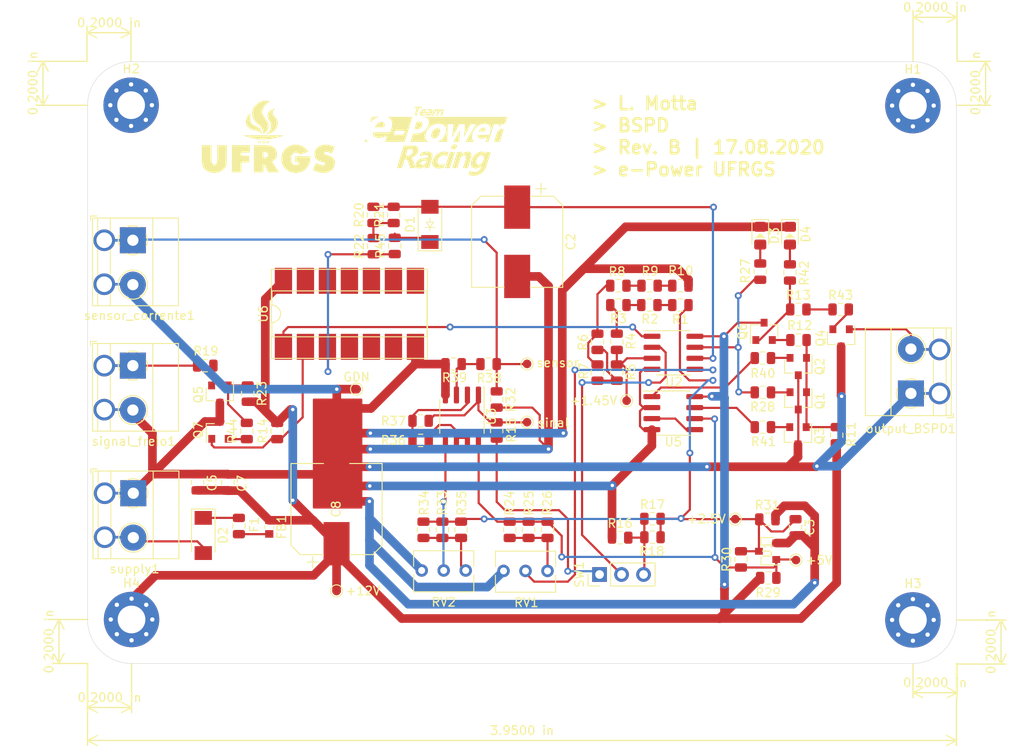
<source format=kicad_pcb>
(kicad_pcb (version 20171130) (host pcbnew "(5.1.5)-3")
  (layers (0 F.Cu signal) (31 B.Cu signal) (34 B.Paste user) (35 F.Paste user) (36 B.SilkS user) (37 F.SilkS user) (38 B.Mask user) (39 F.Mask user) (44 Edge.Cuts user))
  (net 0 "")
  (net 1 "Net-(C2-Pad1)")
  (net 2 GNDREF)
  (net 3 VREF)
  (net 4 +12V)
  (net 5 Input_Power)
  (net 6 "Net-(D2-Pad1)")
  (net 7 "Net-(D3-Pad2)")
  (net 8 "Net-(D4-Pad2)")
  (net 9 "Net-(F1-Pad1)")
  (net 10 "Net-(Q4-Pad1)")
  (net 11 out_bspd)
  (net 12 "Net-(Q1-Pad1)")
  (net 13 current_comp)
  (net 14 current_comp2)
  (net 15 "Net-(Q4-Pad2)")
  (net 16 "Net-(Q5-Pad2)")
  (net 17 "Net-(Q6-Pad2)")
  (net 18 "Net-(Q6-Pad1)")
  (net 19 "Net-(R1-Pad2)")
  (net 20 "Net-(R2-Pad1)")
  (net 21 "Net-(R3-Pad1)")
  (net 22 "Net-(R4-Pad1)")
  (net 23 "Net-(R5-Pad1)")
  (net 24 "Net-(R6-Pad1)")
  (net 25 "Net-(R8-Pad1)")
  (net 26 "Net-(R10-Pad2)")
  (net 27 "Net-(R13-Pad2)")
  (net 28 Signal)
  (net 29 "Net-(R15-Pad1)")
  (net 30 "Net-(R16-Pad2)")
  (net 31 "Net-(R19-Pad2)")
  (net 32 "Net-(R20-Pad1)")
  (net 33 "Net-(R24-Pad1)")
  (net 34 "Net-(R27-Pad1)")
  (net 35 5V)
  (net 36 "Net-(R32-Pad2)")
  (net 37 "Net-(R33-Pad1)")
  (net 38 "Net-(R36-Pad2)")
  (net 39 "Net-(R36-Pad1)")
  (net 40 "Net-(R38-Pad1)")
  (net 41 "Net-(R40-Pad1)")
  (net 42 "Net-(R41-Pad1)")
  (net 43 "Net-(RV1-Pad2)")
  (net 44 "Net-(RV2-Pad2)")
  (net 45 "Net-(SW1-Pad2)")
  (net 46 "Net-(U2-Pad1)")
  (net 47 current_out)
  (net 48 "Net-(Q5-Pad1)")
  (net 49 "Net-(Q7-Pad1)")
  (net 50 "Net-(Q7-Pad2)")
  (net 51 "Net-(R22-Pad1)")
  (net 52 "Net-(D1-Pad1)")
  (module Resistor_SMD:R_0805_2012Metric (layer F.Cu) (at 133.24816 114.01806 180)
    (fp_text reference R37 (at 3.13666 -0.02794) (layer F.SilkS))
    (fp_text value 10k)
    (pad 2 smd roundrect (at 0.9375 0 180) (size 0.975 1.4) (layers F.Cu F.Paste F.Mask) (net 39 "Net-(R36-Pad1)"))
    (pad 1 smd roundrect (at -0.9375 0 180) (size 0.975 1.4) (layers F.Cu F.Paste F.Mask) (net 28 Signal))
  )
  (module e-Power:CP_Elec_10x10 (layer F.Cu) (at 144.399 93.3445 270)
    (fp_text reference C2 (at 0 -6.2 90) (layer F.SilkS))
    (fp_text value 220uF)
    (pad 1 smd rect (at -4 0 270) (size 5 3) (layers F.Cu F.Paste F.Mask) (net 1 "Net-(C2-Pad1)"))
    (pad 2 smd rect (at 4 0 270) (size 5 3) (layers F.Cu F.Paste F.Mask) (net 2 GNDREF))
  )
  (module Capacitor_SMD:C_0805_2012Metric (layer F.Cu) (at 176.54016 126.31142 270)
    (fp_text reference C3 (at 0 -1.65 90) (layer F.SilkS))
    (fp_text value 100nF)
    (pad 1 smd roundrect (at -0.9375 0 270) (size 0.975 1.4) (layers F.Cu F.Paste F.Mask) (net 3 VREF))
    (pad 2 smd roundrect (at 0.9375 0 270) (size 0.975 1.4) (layers F.Cu F.Paste F.Mask) (net 2 GNDREF))
  )
  (module Capacitor_SMD:C_0805_2012Metric (layer F.Cu) (at 107.4928 121.1072 90)
    (fp_text reference C5 (at -0.0739 1.6764 90) (layer F.SilkS))
    (fp_text value 100nF)
    (pad 1 smd roundrect (at -0.9375 0 90) (size 0.975 1.4) (layers F.Cu F.Paste F.Mask) (net 4 +12V))
    (pad 2 smd roundrect (at 0.9375 0 90) (size 0.975 1.4) (layers F.Cu F.Paste F.Mask) (net 2 GNDREF))
  )
  (module Capacitor_SMD:C_0805_2012Metric (layer F.Cu) (at 110.998 121.1349 90)
    (fp_text reference C7 (at -0.1016 1.6256 90) (layer F.SilkS))
    (fp_text value 10nF)
    (pad 2 smd roundrect (at 0.9375 0 90) (size 0.975 1.4) (layers F.Cu F.Paste F.Mask) (net 2 GNDREF))
    (pad 1 smd roundrect (at -0.9375 0 90) (size 0.975 1.4) (layers F.Cu F.Paste F.Mask) (net 4 +12V))
  )
  (module e-Power:CP_Elec_10x10 (layer F.Cu) (at 123.5456 124.206 90)
    (fp_text reference C8 (at 0 -0.0508 90) (layer F.SilkS))
    (fp_text value 220uF)
    (pad 2 smd rect (at 4 0 90) (size 5 3) (layers F.Cu F.Paste F.Mask) (net 2 GNDREF))
    (pad 1 smd rect (at -4 0 90) (size 5 3) (layers F.Cu F.Paste F.Mask) (net 4 +12V))
  )
  (module e-Power:DO-214AC (layer F.Cu) (at 108.1532 127.254 270)
    (fp_text reference D2 (at 0 -2.286 90) (layer F.SilkS))
    (fp_text value 1N5819 hide)
    (pad 2 smd rect (at 2.032 0 270) (size 1.6 2) (layers F.Cu F.Paste F.Mask) (net 5 Input_Power))
    (pad 1 smd rect (at -2.032 0 270) (size 1.6 2) (layers F.Cu F.Paste F.Mask) (net 6 "Net-(D2-Pad1)"))
  )
  (module e-Power:LED_0805_1.15x1.40mm_HandSolder (layer F.Cu) (at 172.466 92.6375 270)
    (fp_text reference D3 (at 0 -1.65 90) (layer F.SilkS))
    (fp_text value LED)
    (pad 2 smd roundrect (at 1.025 0 270) (size 1.15 1.4) (layers F.Cu F.Paste F.Mask) (roundrect_rratio 0.217391) (net 7 "Net-(D3-Pad2)"))
    (pad 1 smd roundrect (at -1.025 0 270) (size 1.15 1.4) (layers F.Cu F.Paste F.Mask) (roundrect_rratio 0.217391) (net 2 GNDREF))
  )
  (module e-Power:LED_0805_1.15x1.40mm_HandSolder (layer F.Cu) (at 175.895 92.6375 270)
    (fp_text reference D4 (at -0.1815 -1.8415 90) (layer F.SilkS))
    (fp_text value LED)
    (pad 1 smd roundrect (at -1.025 0 270) (size 1.15 1.4) (layers F.Cu F.Paste F.Mask) (roundrect_rratio 0.217391) (net 2 GNDREF))
    (pad 2 smd roundrect (at 1.025 0 270) (size 1.15 1.4) (layers F.Cu F.Paste F.Mask) (roundrect_rratio 0.217391) (net 8 "Net-(D4-Pad2)"))
  )
  (module Fuse:Fuse_0805_2012Metric (layer F.Cu) (at 112.268 126.1641 90)
    (fp_text reference F1 (at 0.1524 1.778 90) (layer F.SilkS))
    (fp_text value Fuse)
    (pad 1 smd roundrect (at -0.9375 0 90) (size 0.975 1.4) (layers F.Cu F.Paste F.Mask) (net 9 "Net-(F1-Pad1)"))
    (pad 2 smd roundrect (at 0.9375 0 90) (size 0.975 1.4) (layers F.Cu F.Paste F.Mask) (net 6 "Net-(D2-Pad1)"))
  )
  (module e-Power:FB_0603_1608Metric (layer F.Cu) (at 115.7732 126.2888 270)
    (fp_text reference FB1 (at 0 -1.43 90) (layer F.SilkS))
    (fp_text value Ferrite_Bead hide)
    (pad 1 smd trapezoid (at -0.7875 0 270) (size 0.875 0.95) (layers F.Cu F.Paste F.Mask) (net 4 +12V))
    (pad 2 smd trapezoid (at 0.7875 0 270) (size 0.875 0.95) (layers F.Cu F.Paste F.Mask) (net 9 "Net-(F1-Pad1)"))
  )
  (module e-Power:MountingHole_3.2mm_M3_Pad_Via (layer F.Cu) (at 190.0936 77.6224)
    (fp_text reference H1 (at 0 -4.2) (layer F.SilkS))
    (fp_text value MountingHole_Pad)
    (pad 1 thru_hole circle (at 1.697056 -1.697056) (size 0.8 0.8) (drill 0.5) (layers *.Cu *.Mask) (net 2 GNDREF))
    (pad 1 thru_hole circle (at 0 -2.4) (size 0.8 0.8) (drill 0.5) (layers *.Cu *.Mask) (net 2 GNDREF))
    (pad 1 thru_hole circle (at -1.697056 -1.697056) (size 0.8 0.8) (drill 0.5) (layers *.Cu *.Mask) (net 2 GNDREF))
    (pad 1 thru_hole circle (at -2.4 0) (size 0.8 0.8) (drill 0.5) (layers *.Cu *.Mask) (net 2 GNDREF))
    (pad 1 thru_hole circle (at -1.697056 1.697056) (size 0.8 0.8) (drill 0.5) (layers *.Cu *.Mask) (net 2 GNDREF))
    (pad 1 thru_hole circle (at 0 2.4) (size 0.8 0.8) (drill 0.5) (layers *.Cu *.Mask) (net 2 GNDREF))
    (pad 1 thru_hole circle (at 1.697056 1.697056) (size 0.8 0.8) (drill 0.5) (layers *.Cu *.Mask) (net 2 GNDREF))
    (pad 1 thru_hole circle (at 2.4 0) (size 0.8 0.8) (drill 0.5) (layers *.Cu *.Mask) (net 2 GNDREF))
    (pad 1 thru_hole circle (at 0 0) (size 6.4 6.4) (drill 3.2) (layers *.Cu *.Mask) (net 2 GNDREF))
  )
  (module e-Power:MountingHole_3.2mm_M3_Pad_Via (layer F.Cu) (at 99.822 77.5716)
    (fp_text reference H2 (at 0 -4.2) (layer F.SilkS))
    (fp_text value MountingHole_Pad)
    (pad 1 thru_hole circle (at 0 0) (size 6.4 6.4) (drill 3.2) (layers *.Cu *.Mask) (net 2 GNDREF))
    (pad 1 thru_hole circle (at 2.4 0) (size 0.8 0.8) (drill 0.5) (layers *.Cu *.Mask) (net 2 GNDREF))
    (pad 1 thru_hole circle (at 1.697056 1.697056) (size 0.8 0.8) (drill 0.5) (layers *.Cu *.Mask) (net 2 GNDREF))
    (pad 1 thru_hole circle (at 0 2.4) (size 0.8 0.8) (drill 0.5) (layers *.Cu *.Mask) (net 2 GNDREF))
    (pad 1 thru_hole circle (at -1.697056 1.697056) (size 0.8 0.8) (drill 0.5) (layers *.Cu *.Mask) (net 2 GNDREF))
    (pad 1 thru_hole circle (at -2.4 0) (size 0.8 0.8) (drill 0.5) (layers *.Cu *.Mask) (net 2 GNDREF))
    (pad 1 thru_hole circle (at -1.697056 -1.697056) (size 0.8 0.8) (drill 0.5) (layers *.Cu *.Mask) (net 2 GNDREF))
    (pad 1 thru_hole circle (at 0 -2.4) (size 0.8 0.8) (drill 0.5) (layers *.Cu *.Mask) (net 2 GNDREF))
    (pad 1 thru_hole circle (at 1.697056 -1.697056) (size 0.8 0.8) (drill 0.5) (layers *.Cu *.Mask) (net 2 GNDREF))
  )
  (module e-Power:MountingHole_3.2mm_M3_Pad_Via (layer F.Cu) (at 190.0936 137.0076)
    (fp_text reference H3 (at 0 -4.2) (layer F.SilkS))
    (fp_text value MountingHole_Pad)
    (pad 1 thru_hole circle (at 1.697056 -1.697056) (size 0.8 0.8) (drill 0.5) (layers *.Cu *.Mask) (net 2 GNDREF))
    (pad 1 thru_hole circle (at 0 -2.4) (size 0.8 0.8) (drill 0.5) (layers *.Cu *.Mask) (net 2 GNDREF))
    (pad 1 thru_hole circle (at -1.697056 -1.697056) (size 0.8 0.8) (drill 0.5) (layers *.Cu *.Mask) (net 2 GNDREF))
    (pad 1 thru_hole circle (at -2.4 0) (size 0.8 0.8) (drill 0.5) (layers *.Cu *.Mask) (net 2 GNDREF))
    (pad 1 thru_hole circle (at -1.697056 1.697056) (size 0.8 0.8) (drill 0.5) (layers *.Cu *.Mask) (net 2 GNDREF))
    (pad 1 thru_hole circle (at 0 2.4) (size 0.8 0.8) (drill 0.5) (layers *.Cu *.Mask) (net 2 GNDREF))
    (pad 1 thru_hole circle (at 1.697056 1.697056) (size 0.8 0.8) (drill 0.5) (layers *.Cu *.Mask) (net 2 GNDREF))
    (pad 1 thru_hole circle (at 2.4 0) (size 0.8 0.8) (drill 0.5) (layers *.Cu *.Mask) (net 2 GNDREF))
    (pad 1 thru_hole circle (at 0 0) (size 6.4 6.4) (drill 3.2) (layers *.Cu *.Mask) (net 2 GNDREF))
  )
  (module e-Power:MountingHole_3.2mm_M3_Pad_Via (layer F.Cu) (at 99.8728 136.9568)
    (fp_text reference H4 (at 0 -4.2) (layer F.SilkS))
    (fp_text value MountingHole_Pad)
    (pad 1 thru_hole circle (at 0 0) (size 6.4 6.4) (drill 3.2) (layers *.Cu *.Mask) (net 4 +12V))
    (pad 1 thru_hole circle (at 2.4 0) (size 0.8 0.8) (drill 0.5) (layers *.Cu *.Mask) (net 4 +12V))
    (pad 1 thru_hole circle (at 1.697056 1.697056) (size 0.8 0.8) (drill 0.5) (layers *.Cu *.Mask) (net 4 +12V))
    (pad 1 thru_hole circle (at 0 2.4) (size 0.8 0.8) (drill 0.5) (layers *.Cu *.Mask) (net 4 +12V))
    (pad 1 thru_hole circle (at -1.697056 1.697056) (size 0.8 0.8) (drill 0.5) (layers *.Cu *.Mask) (net 4 +12V))
    (pad 1 thru_hole circle (at -2.4 0) (size 0.8 0.8) (drill 0.5) (layers *.Cu *.Mask) (net 4 +12V))
    (pad 1 thru_hole circle (at -1.697056 -1.697056) (size 0.8 0.8) (drill 0.5) (layers *.Cu *.Mask) (net 4 +12V))
    (pad 1 thru_hole circle (at 0 -2.4) (size 0.8 0.8) (drill 0.5) (layers *.Cu *.Mask) (net 4 +12V))
    (pad 1 thru_hole circle (at 1.697056 -1.697056) (size 0.8 0.8) (drill 0.5) (layers *.Cu *.Mask) (net 4 +12V))
  )
  (module Package_TO_SOT_SMD:SOT-23 (layer F.Cu) (at 176.85766 111.7125 270)
    (fp_text reference Q1 (at 0 -2.5 90) (layer F.SilkS))
    (fp_text value BC548)
    (pad 3 smd rect (at 1 0 270) (size 0.9 0.8) (layers F.Cu F.Paste F.Mask) (net 2 GNDREF))
    (pad 2 smd rect (at -1 0.95 270) (size 0.9 0.8) (layers F.Cu F.Paste F.Mask) (net 11 out_bspd))
    (pad 1 smd rect (at -1 -0.95 270) (size 0.9 0.8) (layers F.Cu F.Paste F.Mask) (net 12 "Net-(Q1-Pad1)"))
  )
  (module Package_TO_SOT_SMD:SOT-23 (layer F.Cu) (at 176.85766 107.7501 270)
    (fp_text reference Q2 (at 0 -2.5 90) (layer F.SilkS))
    (fp_text value BC548)
    (pad 1 smd rect (at -1 -0.95 270) (size 0.9 0.8) (layers F.Cu F.Paste F.Mask) (net 12 "Net-(Q1-Pad1)"))
    (pad 2 smd rect (at -1 0.95 270) (size 0.9 0.8) (layers F.Cu F.Paste F.Mask) (net 13 current_comp))
    (pad 3 smd rect (at 1 0 270) (size 0.9 0.8) (layers F.Cu F.Paste F.Mask) (net 2 GNDREF))
  )
  (module Package_TO_SOT_SMD:SOT-23 (layer F.Cu) (at 176.82206 115.7445 270)
    (fp_text reference Q3 (at 0 -2.5 90) (layer F.SilkS))
    (fp_text value BC548)
    (pad 1 smd rect (at -1 -0.95 270) (size 0.9 0.8) (layers F.Cu F.Paste F.Mask) (net 12 "Net-(Q1-Pad1)"))
    (pad 2 smd rect (at -1 0.95 270) (size 0.9 0.8) (layers F.Cu F.Paste F.Mask) (net 14 current_comp2))
    (pad 3 smd rect (at 1 0 270) (size 0.9 0.8) (layers F.Cu F.Paste F.Mask) (net 2 GNDREF))
  )
  (module Package_TO_SOT_SMD:SOT-23 (layer F.Cu) (at 181.803 104.4415 270)
    (fp_text reference Q4 (at 0.016 2.352 90) (layer F.SilkS))
    (fp_text value BC548)
    (pad 3 smd rect (at 1 0 270) (size 0.9 0.8) (layers F.Cu F.Paste F.Mask) (net 2 GNDREF))
    (pad 2 smd rect (at -1 0.95 270) (size 0.9 0.8) (layers F.Cu F.Paste F.Mask) (net 15 "Net-(Q4-Pad2)"))
    (pad 1 smd rect (at -1 -0.95 270) (size 0.9 0.8) (layers F.Cu F.Paste F.Mask) (net 10 "Net-(Q4-Pad1)"))
  )
  (module Package_TO_SOT_SMD:SOT-23 (layer F.Cu) (at 110.0684 110.9312 270)
    (fp_text reference Q5 (at 0.0668 2.474 90) (layer F.SilkS))
    (fp_text value BC548)
    (pad 1 smd rect (at -1 -0.95 270) (size 0.9 0.8) (layers F.Cu F.Paste F.Mask) (net 48 "Net-(Q5-Pad1)"))
    (pad 2 smd rect (at -1 0.95 270) (size 0.9 0.8) (layers F.Cu F.Paste F.Mask) (net 16 "Net-(Q5-Pad2)"))
    (pad 3 smd rect (at 1 0 270) (size 0.9 0.8) (layers F.Cu F.Paste F.Mask) (net 2 GNDREF))
  )
  (module Resistor_SMD:R_0805_2012Metric (layer F.Cu) (at 163.2435 100.65004 180)
    (fp_text reference R1 (at 0 -1.65) (layer F.SilkS))
    (fp_text value 1k)
    (pad 2 smd roundrect (at 0.9375 0 180) (size 0.975 1.4) (layers F.Cu F.Paste F.Mask) (net 19 "Net-(R1-Pad2)"))
    (pad 1 smd roundrect (at -0.9375 0 180) (size 0.975 1.4) (layers F.Cu F.Paste F.Mask) (net 3 VREF))
  )
  (module Resistor_SMD:R_0805_2012Metric (layer F.Cu) (at 159.6644 100.65004)
    (fp_text reference R2 (at 0.0508 1.6256) (layer F.SilkS))
    (fp_text value 1k)
    (pad 2 smd roundrect (at 0.9375 0) (size 0.975 1.4) (layers F.Cu F.Paste F.Mask) (net 19 "Net-(R1-Pad2)"))
    (pad 1 smd roundrect (at -0.9375 0) (size 0.975 1.4) (layers F.Cu F.Paste F.Mask) (net 20 "Net-(R2-Pad1)"))
  )
  (module Resistor_SMD:R_0805_2012Metric (layer F.Cu) (at 156.0853 100.65004)
    (fp_text reference R3 (at 0 1.5748) (layer F.SilkS))
    (fp_text value 1k)
    (pad 1 smd roundrect (at -0.9375 0) (size 0.975 1.4) (layers F.Cu F.Paste F.Mask) (net 21 "Net-(R3-Pad1)"))
    (pad 2 smd roundrect (at 0.9375 0) (size 0.975 1.4) (layers F.Cu F.Paste F.Mask) (net 20 "Net-(R2-Pad1)"))
  )
  (module Resistor_SMD:R_0805_2012Metric (layer F.Cu) (at 155.9052 104.88954 90)
    (fp_text reference R4 (at 0.0739 1.6256 90) (layer F.SilkS))
    (fp_text value 10k)
    (pad 2 smd roundrect (at 0.9375 0 90) (size 0.975 1.4) (layers F.Cu F.Paste F.Mask) (net 21 "Net-(R3-Pad1)"))
    (pad 1 smd roundrect (at -0.9375 0 90) (size 0.975 1.4) (layers F.Cu F.Paste F.Mask) (net 22 "Net-(R4-Pad1)"))
  )
  (module Resistor_SMD:R_0805_2012Metric (layer F.Cu) (at 155.9052 108.44554 90)
    (fp_text reference R5 (at 0.0739 1.6256 90) (layer F.SilkS))
    (fp_text value 10k)
    (pad 1 smd roundrect (at -0.9375 0 90) (size 0.975 1.4) (layers F.Cu F.Paste F.Mask) (net 23 "Net-(R5-Pad1)"))
    (pad 2 smd roundrect (at 0.9375 0 90) (size 0.975 1.4) (layers F.Cu F.Paste F.Mask) (net 22 "Net-(R4-Pad1)"))
  )
  (module Resistor_SMD:R_0805_2012Metric (layer F.Cu) (at 153.67 104.89414 270)
    (fp_text reference R6 (at 0.0508 1.6764 90) (layer F.SilkS))
    (fp_text value 10k)
    (pad 2 smd roundrect (at 0.9375 0 270) (size 0.975 1.4) (layers F.Cu F.Paste F.Mask) (net 23 "Net-(R5-Pad1)"))
    (pad 1 smd roundrect (at -0.9375 0 270) (size 0.975 1.4) (layers F.Cu F.Paste F.Mask) (net 24 "Net-(R6-Pad1)"))
  )
  (module Resistor_SMD:R_0805_2012Metric (layer F.Cu) (at 153.67 108.44554 270)
    (fp_text reference R7 (at -0.17804 1.5875 90) (layer F.SilkS))
    (fp_text value 10k)
    (pad 1 smd roundrect (at -0.9375 0 270) (size 0.975 1.4) (layers F.Cu F.Paste F.Mask) (net 24 "Net-(R6-Pad1)"))
    (pad 2 smd roundrect (at 0.9375 0 270) (size 0.975 1.4) (layers F.Cu F.Paste F.Mask) (net 23 "Net-(R5-Pad1)"))
  )
  (module Resistor_SMD:R_0805_2012Metric (layer F.Cu) (at 156.0807 98.41484 180)
    (fp_text reference R8 (at 0.1524 1.6256) (layer F.SilkS))
    (fp_text value 10k)
    (pad 1 smd roundrect (at -0.9375 0 180) (size 0.975 1.4) (layers F.Cu F.Paste F.Mask) (net 25 "Net-(R8-Pad1)"))
    (pad 2 smd roundrect (at 0.9375 0 180) (size 0.975 1.4) (layers F.Cu F.Paste F.Mask) (net 24 "Net-(R6-Pad1)"))
  )
  (module Resistor_SMD:R_0805_2012Metric (layer F.Cu) (at 159.6875 98.41484 180)
    (fp_text reference R9 (at -0.0508 1.6764) (layer F.SilkS))
    (fp_text value 10k)
    (pad 2 smd roundrect (at 0.9375 0 180) (size 0.975 1.4) (layers F.Cu F.Paste F.Mask) (net 25 "Net-(R8-Pad1)"))
    (pad 1 smd roundrect (at -0.9375 0 180) (size 0.975 1.4) (layers F.Cu F.Paste F.Mask) (net 26 "Net-(R10-Pad2)"))
  )
  (module Resistor_SMD:R_0805_2012Metric (layer F.Cu) (at 163.2435 98.41484 180)
    (fp_text reference R10 (at -0.0508 1.7272) (layer F.SilkS))
    (fp_text value 10k)
    (pad 1 smd roundrect (at -0.9375 0 180) (size 0.975 1.4) (layers F.Cu F.Paste F.Mask) (net 2 GNDREF))
    (pad 2 smd roundrect (at 0.9375 0 180) (size 0.975 1.4) (layers F.Cu F.Paste F.Mask) (net 26 "Net-(R10-Pad2)"))
  )
  (module Resistor_SMD:R_0805_2012Metric (layer F.Cu) (at 181.2925 115.682 90)
    (fp_text reference R11 (at 0.112 1.651 90) (layer F.SilkS))
    (fp_text value 1k)
    (pad 1 smd roundrect (at -0.9375 0 90) (size 0.975 1.4) (layers F.Cu F.Paste F.Mask) (net 4 +12V))
    (pad 2 smd roundrect (at 0.9375 0 90) (size 0.975 1.4) (layers F.Cu F.Paste F.Mask) (net 12 "Net-(Q1-Pad1)"))
  )
  (module Resistor_SMD:R_0805_2012Metric (layer F.Cu) (at 176.88076 104.6861 180)
    (fp_text reference R12 (at -0.1293 1.6764) (layer F.SilkS))
    (fp_text value 10k)
    (pad 1 smd roundrect (at -0.9375 0 180) (size 0.975 1.4) (layers F.Cu F.Paste F.Mask) (net 12 "Net-(Q1-Pad1)"))
    (pad 2 smd roundrect (at 0.9375 0 180) (size 0.975 1.4) (layers F.Cu F.Paste F.Mask) (net 17 "Net-(Q6-Pad2)"))
  )
  (module Resistor_SMD:R_0805_2012Metric (layer F.Cu) (at 176.8625 101.1555)
    (fp_text reference R13 (at 0 -1.65) (layer F.SilkS))
    (fp_text value 1k)
    (pad 2 smd roundrect (at 0.9375 0) (size 0.975 1.4) (layers F.Cu F.Paste F.Mask) (net 27 "Net-(R13-Pad2)"))
    (pad 1 smd roundrect (at -0.9375 0) (size 0.975 1.4) (layers F.Cu F.Paste F.Mask) (net 18 "Net-(Q6-Pad1)"))
  )
  (module Resistor_SMD:R_0805_2012Metric (layer F.Cu) (at 142.03426 115.13566 90)
    (fp_text reference R15 (at 0.0508 1.6764 90) (layer F.SilkS))
    (fp_text value 10k)
    (pad 2 smd roundrect (at 0.9375 0 90) (size 0.975 1.4) (layers F.Cu F.Paste F.Mask) (net 28 Signal))
    (pad 1 smd roundrect (at -0.9375 0 90) (size 0.975 1.4) (layers F.Cu F.Paste F.Mask) (net 29 "Net-(R15-Pad1)"))
  )
  (module Resistor_SMD:R_0805_2012Metric (layer F.Cu) (at 156.2885 127.508)
    (fp_text reference R16 (at 0 -1.65) (layer F.SilkS))
    (fp_text value 10k)
    (pad 1 smd roundrect (at -0.9375 0) (size 0.975 1.4) (layers F.Cu F.Paste F.Mask) (net 2 GNDREF))
    (pad 2 smd roundrect (at 0.9375 0) (size 0.975 1.4) (layers F.Cu F.Paste F.Mask) (net 30 "Net-(R16-Pad2)"))
  )
  (module Resistor_SMD:R_0805_2012Metric (layer F.Cu) (at 160.0223 125.3236)
    (fp_text reference R17 (at 0 -1.65) (layer F.SilkS))
    (fp_text value 10k)
    (pad 1 smd roundrect (at -0.9375 0) (size 0.975 1.4) (layers F.Cu F.Paste F.Mask) (net 30 "Net-(R16-Pad2)"))
    (pad 2 smd roundrect (at 0.9375 0) (size 0.975 1.4) (layers F.Cu F.Paste F.Mask) (net 3 VREF))
  )
  (module Resistor_SMD:R_0805_2012Metric (layer F.Cu) (at 160.0223 127.4572)
    (fp_text reference R18 (at -0.0785 1.6256) (layer F.SilkS))
    (fp_text value 10k)
    (pad 2 smd roundrect (at 0.9375 0) (size 0.975 1.4) (layers F.Cu F.Paste F.Mask) (net 3 VREF))
    (pad 1 smd roundrect (at -0.9375 0) (size 0.975 1.4) (layers F.Cu F.Paste F.Mask) (net 30 "Net-(R16-Pad2)"))
  )
  (module Resistor_SMD:R_0805_2012Metric (layer F.Cu) (at 108.3841 107.6452 180)
    (fp_text reference R19 (at -0.0739 1.6764) (layer F.SilkS))
    (fp_text value 10k)
    (pad 2 smd roundrect (at 0.9375 0 180) (size 0.975 1.4) (layers F.Cu F.Paste F.Mask) (net 31 "Net-(R19-Pad2)"))
    (pad 1 smd roundrect (at -0.9375 0 180) (size 0.975 1.4) (layers F.Cu F.Paste F.Mask) (net 16 "Net-(Q5-Pad2)"))
  )
  (module Resistor_SMD:R_0805_2012Metric (layer F.Cu) (at 127.79756 90.24136 90)
    (fp_text reference R20 (at 0 -1.65 90) (layer F.SilkS))
    (fp_text value 10k)
    (pad 1 smd roundrect (at -0.9375 0 90) (size 0.975 1.4) (layers F.Cu F.Paste F.Mask) (net 32 "Net-(R20-Pad1)"))
    (pad 2 smd roundrect (at 0.9375 0 90) (size 0.975 1.4) (layers F.Cu F.Paste F.Mask) (net 1 "Net-(C2-Pad1)"))
  )
  (module Resistor_SMD:R_0805_2012Metric (layer F.Cu) (at 130.13944 90.24136 90)
    (fp_text reference R21 (at 0 -1.65 90) (layer F.SilkS))
    (fp_text value 10k)
    (pad 1 smd roundrect (at -0.9375 0 90) (size 0.975 1.4) (layers F.Cu F.Paste F.Mask) (net 32 "Net-(R20-Pad1)"))
    (pad 2 smd roundrect (at 0.9375 0 90) (size 0.975 1.4) (layers F.Cu F.Paste F.Mask) (net 1 "Net-(C2-Pad1)"))
  )
  (module Resistor_SMD:R_0805_2012Metric (layer F.Cu) (at 127.82296 93.84816 90)
    (fp_text reference R22 (at 0 -1.65 90) (layer F.SilkS))
    (fp_text value 1k)
    (pad 2 smd roundrect (at 0.9375 0 90) (size 0.975 1.4) (layers F.Cu F.Paste F.Mask) (net 32 "Net-(R20-Pad1)"))
    (pad 1 smd roundrect (at -0.9375 0 90) (size 0.975 1.4) (layers F.Cu F.Paste F.Mask) (net 51 "Net-(R22-Pad1)"))
  )
  (module Resistor_SMD:R_0805_2012Metric (layer F.Cu) (at 143.5354 126.60098 90)
    (fp_text reference R24 (at 3.0757 0 90) (layer F.SilkS))
    (fp_text value 1k)
    (pad 1 smd roundrect (at -0.9375 0 90) (size 0.975 1.4) (layers F.Cu F.Paste F.Mask) (net 33 "Net-(R24-Pad1)"))
    (pad 2 smd roundrect (at 0.9375 0 90) (size 0.975 1.4) (layers F.Cu F.Paste F.Mask) (net 35 5V))
  )
  (module Resistor_SMD:R_0805_2012Metric (layer F.Cu) (at 145.7198 126.60098 90)
    (fp_text reference R25 (at 3.0757 0.0508 90) (layer F.SilkS))
    (fp_text value 1k)
    (pad 1 smd roundrect (at -0.9375 0 90) (size 0.975 1.4) (layers F.Cu F.Paste F.Mask) (net 33 "Net-(R24-Pad1)"))
    (pad 2 smd roundrect (at 0.9375 0 90) (size 0.975 1.4) (layers F.Cu F.Paste F.Mask) (net 35 5V))
  )
  (module Resistor_SMD:R_0805_2012Metric (layer F.Cu) (at 147.9042 126.60098 90)
    (fp_text reference R26 (at 3.0757 0 90) (layer F.SilkS))
    (fp_text value 1k)
    (pad 2 smd roundrect (at 0.9375 0 90) (size 0.975 1.4) (layers F.Cu F.Paste F.Mask) (net 35 5V))
    (pad 1 smd roundrect (at -0.9375 0 90) (size 0.975 1.4) (layers F.Cu F.Paste F.Mask) (net 33 "Net-(R24-Pad1)"))
  )
  (module Resistor_SMD:R_0805_2012Metric (layer F.Cu) (at 172.466 96.789 90)
    (fp_text reference R27 (at 0.0785 -1.7145 90) (layer F.SilkS))
    (fp_text value 1k)
    (pad 1 smd roundrect (at -0.9375 0 90) (size 0.975 1.4) (layers F.Cu F.Paste F.Mask) (net 34 "Net-(R27-Pad1)"))
    (pad 2 smd roundrect (at 0.9375 0 90) (size 0.975 1.4) (layers F.Cu F.Paste F.Mask) (net 7 "Net-(D3-Pad2)"))
  )
  (module Resistor_SMD:R_0805_2012Metric (layer F.Cu) (at 172.77056 110.7313)
    (fp_text reference R28 (at -0.0277 1.6764) (layer F.SilkS))
    (fp_text value 10k)
    (pad 2 smd roundrect (at 0.9375 0) (size 0.975 1.4) (layers F.Cu F.Paste F.Mask) (net 11 out_bspd))
    (pad 1 smd roundrect (at -0.9375 0) (size 0.975 1.4) (layers F.Cu F.Paste F.Mask) (net 34 "Net-(R27-Pad1)"))
  )
  (module Resistor_SMD:R_0805_2012Metric (layer F.Cu) (at 173.39056 132.15112)
    (fp_text reference R29 (at -0.0254 1.7018) (layer F.SilkS))
    (fp_text value 1k)
    (pad 2 smd roundrect (at 0.9375 0) (size 0.975 1.4) (layers F.Cu F.Paste F.Mask) (net 35 5V))
    (pad 1 smd roundrect (at -0.9375 0) (size 0.975 1.4) (layers F.Cu F.Paste F.Mask) (net 4 +12V))
  )
  (module Resistor_SMD:R_0805_2012Metric (layer F.Cu) (at 170.24096 130.01522 90)
    (fp_text reference R30 (at 0 -1.65 90) (layer F.SilkS))
    (fp_text value 10k)
    (pad 2 smd roundrect (at 0.9375 0 90) (size 0.975 1.4) (layers F.Cu F.Paste F.Mask) (net 3 VREF))
    (pad 1 smd roundrect (at -0.9375 0 90) (size 0.975 1.4) (layers F.Cu F.Paste F.Mask) (net 35 5V))
  )
  (module Resistor_SMD:R_0805_2012Metric (layer F.Cu) (at 173.29126 125.39472)
    (fp_text reference R31 (at 0 -1.65) (layer F.SilkS))
    (fp_text value 10k)
    (pad 1 smd roundrect (at -0.9375 0) (size 0.975 1.4) (layers F.Cu F.Paste F.Mask) (net 3 VREF))
    (pad 2 smd roundrect (at 0.9375 0) (size 0.975 1.4) (layers F.Cu F.Paste F.Mask) (net 2 GNDREF))
  )
  (module Resistor_SMD:R_0805_2012Metric (layer F.Cu) (at 142.03426 111.55196 90)
    (fp_text reference R32 (at -0.0277 1.6256 90) (layer F.SilkS))
    (fp_text value 10k)
    (pad 2 smd roundrect (at 0.9375 0 90) (size 0.975 1.4) (layers F.Cu F.Paste F.Mask) (net 36 "Net-(R32-Pad2)"))
    (pad 1 smd roundrect (at -0.9375 0 90) (size 0.975 1.4) (layers F.Cu F.Paste F.Mask) (net 2 GNDREF))
  )
  (module Resistor_SMD:R_0805_2012Metric (layer F.Cu) (at 135.763 126.60098 90)
    (fp_text reference R33 (at 3.0988 -0.0254 90) (layer F.SilkS))
    (fp_text value 1k)
    (pad 2 smd roundrect (at 0.9375 0 90) (size 0.975 1.4) (layers F.Cu F.Paste F.Mask) (net 3 VREF))
    (pad 1 smd roundrect (at -0.9375 0 90) (size 0.975 1.4) (layers F.Cu F.Paste F.Mask) (net 37 "Net-(R33-Pad1)"))
  )
  (module Resistor_SMD:R_0805_2012Metric (layer F.Cu) (at 133.5786 126.60098 90)
    (fp_text reference R34 (at 3.0988 0.0762 90) (layer F.SilkS))
    (fp_text value 1k)
    (pad 1 smd roundrect (at -0.9375 0 90) (size 0.975 1.4) (layers F.Cu F.Paste F.Mask) (net 37 "Net-(R33-Pad1)"))
    (pad 2 smd roundrect (at 0.9375 0 90) (size 0.975 1.4) (layers F.Cu F.Paste F.Mask) (net 3 VREF))
  )
  (module Resistor_SMD:R_0805_2012Metric (layer F.Cu) (at 137.922 126.59638 90)
    (fp_text reference R35 (at 3.0711 0.0762 90) (layer F.SilkS))
    (fp_text value 1k)
    (pad 1 smd roundrect (at -0.9375 0 90) (size 0.975 1.4) (layers F.Cu F.Paste F.Mask) (net 37 "Net-(R33-Pad1)"))
    (pad 2 smd roundrect (at 0.9375 0 90) (size 0.975 1.4) (layers F.Cu F.Paste F.Mask) (net 3 VREF))
  )
  (module Resistor_SMD:R_0805_2012Metric (layer F.Cu) (at 133.24816 116.27866)
    (fp_text reference R36 (at -3.13666 -0.01016) (layer F.SilkS))
    (fp_text value 1k)
    (pad 2 smd roundrect (at 0.9375 0) (size 0.975 1.4) (layers F.Cu F.Paste F.Mask) (net 38 "Net-(R36-Pad2)"))
    (pad 1 smd roundrect (at -0.9375 0) (size 0.975 1.4) (layers F.Cu F.Paste F.Mask) (net 39 "Net-(R36-Pad1)"))
  )
  (module Resistor_SMD:R_0805_2012Metric (layer F.Cu) (at 141.09676 107.46486)
    (fp_text reference R38 (at 0.0739 1.6256) (layer F.SilkS))
    (fp_text value 1k)
    (pad 1 smd roundrect (at -0.9375 0) (size 0.975 1.4) (layers F.Cu F.Paste F.Mask) (net 40 "Net-(R38-Pad1)"))
    (pad 2 smd roundrect (at 0.9375 0) (size 0.975 1.4) (layers F.Cu F.Paste F.Mask) (net 36 "Net-(R32-Pad2)"))
  )
  (module Resistor_SMD:R_0805_2012Metric (layer F.Cu) (at 137.05586 107.46486)
    (fp_text reference R39 (at 0.1016 1.5748) (layer F.SilkS))
    (fp_text value 10k)
    (pad 2 smd roundrect (at 0.9375 0) (size 0.975 1.4) (layers F.Cu F.Paste F.Mask) (net 40 "Net-(R38-Pad1)"))
    (pad 1 smd roundrect (at -0.9375 0) (size 0.975 1.4) (layers F.Cu F.Paste F.Mask) (net 2 GNDREF))
  )
  (module Resistor_SMD:R_0805_2012Metric (layer F.Cu) (at 172.77056 106.7689)
    (fp_text reference R40 (at 0 1.778) (layer F.SilkS))
    (fp_text value 10k)
    (pad 1 smd roundrect (at -0.9375 0) (size 0.975 1.4) (layers F.Cu F.Paste F.Mask) (net 41 "Net-(R40-Pad1)"))
    (pad 2 smd roundrect (at 0.9375 0) (size 0.975 1.4) (layers F.Cu F.Paste F.Mask) (net 13 current_comp))
  )
  (module Resistor_SMD:R_0805_2012Metric (layer F.Cu) (at 172.77056 114.7445)
    (fp_text reference R41 (at 0.0739 1.6764) (layer F.SilkS))
    (fp_text value 10k)
    (pad 2 smd roundrect (at 0.9375 0) (size 0.975 1.4) (layers F.Cu F.Paste F.Mask) (net 14 current_comp2))
    (pad 1 smd roundrect (at -0.9375 0) (size 0.975 1.4) (layers F.Cu F.Paste F.Mask) (net 42 "Net-(R41-Pad1)"))
  )
  (module Resistor_SMD:R_0805_2012Metric (layer F.Cu) (at 175.895 96.886 90)
    (fp_text reference R42 (at -0.0785 1.651 90) (layer F.SilkS))
    (fp_text value 1k)
    (pad 2 smd roundrect (at 0.9375 0 90) (size 0.975 1.4) (layers F.Cu F.Paste F.Mask) (net 8 "Net-(D4-Pad2)"))
    (pad 1 smd roundrect (at -0.9375 0 90) (size 0.975 1.4) (layers F.Cu F.Paste F.Mask) (net 18 "Net-(Q6-Pad1)"))
  )
  (module Resistor_SMD:R_0805_2012Metric (layer F.Cu) (at 181.752 101.1555)
    (fp_text reference R43 (at 0 -1.65) (layer F.SilkS))
    (fp_text value 10k)
    (pad 1 smd roundrect (at -0.9375 0) (size 0.975 1.4) (layers F.Cu F.Paste F.Mask) (net 27 "Net-(R13-Pad2)"))
    (pad 2 smd roundrect (at 0.9375 0) (size 0.975 1.4) (layers F.Cu F.Paste F.Mask) (net 15 "Net-(Q4-Pad2)"))
  )
  (module Potentiometer_THT:Potentiometer_Bourns_3266Y_Vertical (layer F.Cu) (at 147.9042 131.34848)
    (fp_text reference RV1 (at -2.4384 3.6576) (layer F.SilkS))
    (fp_text value 10k)
    (pad 1 thru_hole circle (at 0 0) (size 1.44 1.44) (drill 0.8) (layers *.Cu *.Mask) (net 33 "Net-(R24-Pad1)"))
    (pad 2 thru_hole circle (at -2.54 0) (size 1.44 1.44) (drill 0.8) (layers *.Cu *.Mask) (net 43 "Net-(RV1-Pad2)"))
    (pad 3 thru_hole circle (at -5.08 0) (size 1.44 1.44) (drill 0.8) (layers *.Cu *.Mask) (net 2 GNDREF))
  )
  (module Potentiometer_THT:Potentiometer_Bourns_3266Y_Vertical (layer F.Cu) (at 138.4554 131.29768)
    (fp_text reference RV2 (at -2.54 3.6576) (layer F.SilkS))
    (fp_text value 10k)
    (pad 3 thru_hole circle (at -5.08 0) (size 1.44 1.44) (drill 0.8) (layers *.Cu *.Mask) (net 2 GNDREF))
    (pad 2 thru_hole circle (at -2.54 0) (size 1.44 1.44) (drill 0.8) (layers *.Cu *.Mask) (net 44 "Net-(RV2-Pad2)"))
    (pad 1 thru_hole circle (at 0 0) (size 1.44 1.44) (drill 0.8) (layers *.Cu *.Mask) (net 37 "Net-(R33-Pad1)"))
  )
  (module Connector_PinHeader_2.54mm:PinHeader_1x03_P2.54mm_Vertical (layer F.Cu) (at 153.91384 131.75996 90)
    (fp_text reference SW1 (at 0 -2.33 90) (layer F.SilkS))
    (fp_text value SW_DPDT_x2)
    (pad 1 thru_hole rect (at 0 0 90) (size 1.7 1.7) (drill 1) (layers *.Cu *.Mask) (net 29 "Net-(R15-Pad1)"))
    (pad 2 thru_hole oval (at 0 2.54 90) (size 1.7 1.7) (drill 1) (layers *.Cu *.Mask) (net 45 "Net-(SW1-Pad2)"))
    (pad 3 thru_hole oval (at 0 5.08 90) (size 1.7 1.7) (drill 1) (layers *.Cu *.Mask) (net 30 "Net-(R16-Pad2)"))
  )
  (module e-Power:TestPoint_Pad_D1.0mm (layer F.Cu) (at 176.59096 130.09372)
    (fp_text reference TP1)
    (fp_text value +5V (at 2.66954 0.01778) (layer F.SilkS))
    (pad 1 smd circle (at 0 0) (size 1 1) (layers F.Cu F.Mask) (net 35 5V))
  )
  (module e-Power:TestPoint_Pad_D1.0mm (layer F.Cu) (at 157.0355 111.6965)
    (fp_text reference TP2)
    (fp_text value +1.45V (at -3.81 0) (layer F.SilkS))
    (pad 1 smd circle (at 0 0) (size 1 1) (layers F.Cu F.Mask) (net 22 "Net-(R4-Pad1)"))
  )
  (module e-Power:TestPoint_Pad_D1.0mm (layer F.Cu) (at 169.58056 125.36932)
    (fp_text reference TP3)
    (fp_text value +2.5V (at -3.33756 -0.02032) (layer F.SilkS))
    (pad 1 smd circle (at 0 0) (size 1 1) (layers F.Cu F.Mask) (net 3 VREF))
  )
  (module e-Power:TestPoint_Pad_D1.0mm (layer F.Cu) (at 125.857 110.363)
    (fp_text reference TP4)
    (fp_text value GDN (at 0 -1.397) (layer F.SilkS))
    (pad 1 smd circle (at 0 0) (size 1 1) (layers F.Cu F.Mask) (net 2 GNDREF))
  )
  (module e-Power:TestPoint_Pad_D1.0mm (layer F.Cu) (at 145.542 107.442)
    (fp_text reference TP5)
    (fp_text value sensor (at 3.556 -0.127) (layer F.SilkS))
    (pad 1 smd circle (at 0 0) (size 1 1) (layers F.Cu F.Mask) (net 36 "Net-(R32-Pad2)"))
  )
  (module e-Power:TestPoint_Pad_D1.0mm (layer F.Cu) (at 145.542 114.173)
    (fp_text reference TP6)
    (fp_text value sinal (at 3.048 0.0635 180) (layer F.SilkS))
    (pad 1 smd circle (at 0 0) (size 1 1) (layers F.Cu F.Mask) (net 28 Signal))
  )
  (module e-Power:TestPoint_Pad_D1.0mm (layer F.Cu) (at 123.5456 133.6548)
    (fp_text reference TP7)
    (fp_text value +12V (at 3.048 0) (layer F.SilkS))
    (pad 1 smd circle (at 0 0) (size 1 1) (layers F.Cu F.Mask) (net 4 +12V))
  )
  (module Package_TO_SOT_SMD:SOT-23 (layer F.Cu) (at 173.31436 129.07772 180)
    (fp_text reference U1 (at 0.0254 0.2032 90) (layer F.SilkS))
    (fp_text value TL431D)
    (pad 3 smd rect (at 1 0 180) (size 0.9 0.8) (layers F.Cu F.Paste F.Mask) (net 3 VREF))
    (pad 2 smd rect (at -1 0.95 180) (size 0.9 0.8) (layers F.Cu F.Paste F.Mask) (net 2 GNDREF))
    (pad 1 smd rect (at -1 -0.95 180) (size 0.9 0.8) (layers F.Cu F.Paste F.Mask) (net 35 5V))
  )
  (module Package_SO:SOIC-8_3.9x4.9mm_P1.27mm (layer F.Cu) (at 162.44316 106.16184)
    (fp_text reference U2 (at 0.05334 3.37566) (layer F.SilkS))
    (fp_text value LM358)
    (pad 1 smd roundrect (at -2.475 -1.905) (size 1.95 0.6) (layers F.Cu F.Paste F.Mask) (net 46 "Net-(U2-Pad1)"))
    (pad 2 smd roundrect (at -2.475 -0.635) (size 1.95 0.6) (layers F.Cu F.Paste F.Mask) (net 45 "Net-(SW1-Pad2)"))
    (pad 3 smd roundrect (at -2.475 0.635) (size 1.95 0.6) (layers F.Cu F.Paste F.Mask) (net 22 "Net-(R4-Pad1)"))
    (pad 4 smd roundrect (at -2.475 1.905) (size 1.95 0.6) (layers F.Cu F.Paste F.Mask) (net 2 GNDREF))
    (pad 5 smd roundrect (at 2.475 1.905) (size 1.95 0.6) (layers F.Cu F.Paste F.Mask) (net 43 "Net-(RV1-Pad2)"))
    (pad 6 smd roundrect (at 2.475 0.635) (size 1.95 0.6) (layers F.Cu F.Paste F.Mask) (net 1 "Net-(C2-Pad1)"))
    (pad 7 smd roundrect (at 2.475 -0.635) (size 1.95 0.6) (layers F.Cu F.Paste F.Mask) (net 34 "Net-(R27-Pad1)"))
    (pad 8 smd roundrect (at 2.475 -1.905) (size 1.95 0.6) (layers F.Cu F.Paste F.Mask) (net 4 +12V))
  )
  (module Package_SO:SOIC-8_3.9x4.9mm_P1.27mm (layer F.Cu) (at 138.02106 113.51006 270)
    (fp_text reference U3 (at 0 -3.4 90) (layer F.SilkS))
    (fp_text value LM358 hide)
    (pad 1 smd roundrect (at -2.475 -1.905 270) (size 1.95 0.6) (layers F.Cu F.Paste F.Mask) (net 28 Signal))
    (pad 2 smd roundrect (at -2.475 -0.635 270) (size 1.95 0.6) (layers F.Cu F.Paste F.Mask) (net 39 "Net-(R36-Pad1)"))
    (pad 3 smd roundrect (at -2.475 0.635 270) (size 1.95 0.6) (layers F.Cu F.Paste F.Mask) (net 40 "Net-(R38-Pad1)"))
    (pad 4 smd roundrect (at -2.475 1.905 270) (size 1.95 0.6) (layers F.Cu F.Paste F.Mask) (net 2 GNDREF))
    (pad 5 smd roundrect (at 2.475 1.905 270) (size 1.95 0.6) (layers F.Cu F.Paste F.Mask) (net 44 "Net-(RV2-Pad2)"))
    (pad 6 smd roundrect (at 2.475 0.635 270) (size 1.95 0.6) (layers F.Cu F.Paste F.Mask) (net 38 "Net-(R36-Pad2)"))
    (pad 7 smd roundrect (at 2.475 -0.635 270) (size 1.95 0.6) (layers F.Cu F.Paste F.Mask) (net 38 "Net-(R36-Pad2)"))
    (pad 8 smd roundrect (at 2.475 -1.905 270) (size 1.95 0.6) (layers F.Cu F.Paste F.Mask) (net 35 5V))
  )
  (module Package_SO:SOIC-8_3.9x4.9mm_P1.27mm (layer F.Cu) (at 162.42688 113.12652)
    (fp_text reference U5 (at 0.00612 3.33248) (layer F.SilkS))
    (fp_text value LM358)
    (pad 8 smd roundrect (at 2.475 -1.905) (size 1.95 0.6) (layers F.Cu F.Paste F.Mask) (net 4 +12V))
    (pad 7 smd roundrect (at 2.475 -0.635) (size 1.95 0.6) (layers F.Cu F.Paste F.Mask) (net 42 "Net-(R41-Pad1)"))
    (pad 6 smd roundrect (at 2.475 0.635) (size 1.95 0.6) (layers F.Cu F.Paste F.Mask) (net 35 5V))
    (pad 5 smd roundrect (at 2.475 1.905) (size 1.95 0.6) (layers F.Cu F.Paste F.Mask) (net 47 current_out))
    (pad 4 smd roundrect (at -2.475 1.905) (size 1.95 0.6) (layers F.Cu F.Paste F.Mask) (net 2 GNDREF))
    (pad 3 smd roundrect (at -2.475 0.635) (size 1.95 0.6) (layers F.Cu F.Paste F.Mask) (net 47 current_out))
    (pad 2 smd roundrect (at -2.475 -0.635) (size 1.95 0.6) (layers F.Cu F.Paste F.Mask) (net 2 GNDREF))
    (pad 1 smd roundrect (at -2.475 -1.905) (size 1.95 0.6) (layers F.Cu F.Paste F.Mask) (net 41 "Net-(R40-Pad1)"))
  )
  (module e-Power:DIP-14-LM324 (layer F.Cu) (at 117.4115 105.4735 90)
    (fp_text reference U6 (at 3.81 -2.33 90) (layer F.SilkS))
    (fp_text value 4001)
    (pad 1 smd rect (at 0 0 90) (size 3 2) (layers F.Cu F.Paste F.Mask) (net 46 "Net-(U2-Pad1)"))
    (pad 8 smd rect (at 7.62 15.24 90) (size 3 2) (layers F.Cu F.Paste F.Mask))
    (pad 2 smd rect (at 0 2.54 90) (size 3 2) (layers F.Cu F.Paste F.Mask) (net 49 "Net-(Q7-Pad1)"))
    (pad 9 smd rect (at 7.62 12.7 90) (size 3 2) (layers F.Cu F.Paste F.Mask))
    (pad 3 smd rect (at 0 5.08 90) (size 3 2) (layers F.Cu F.Paste F.Mask) (net 51 "Net-(R22-Pad1)"))
    (pad 10 smd rect (at 7.62 10.16 90) (size 3 2) (layers F.Cu F.Paste F.Mask))
    (pad 4 smd rect (at 0 7.62 90) (size 3 2) (layers F.Cu F.Paste F.Mask))
    (pad 11 smd rect (at 7.62 7.62 90) (size 3 2) (layers F.Cu F.Paste F.Mask))
    (pad 5 smd rect (at 0 10.16 90) (size 3 2) (layers F.Cu F.Paste F.Mask))
    (pad 12 smd rect (at 7.62 5.08 90) (size 3 2) (layers F.Cu F.Paste F.Mask))
    (pad 6 smd rect (at 0 12.7 90) (size 3 2) (layers F.Cu F.Paste F.Mask))
    (pad 13 smd rect (at 7.62 2.54 90) (size 3 2) (layers F.Cu F.Paste F.Mask))
    (pad 7 smd rect (at 0 15.24 90) (size 3 2) (layers F.Cu F.Paste F.Mask) (net 2 GNDREF))
    (pad 14 smd rect (at 7.62 0 90) (size 3 2) (layers F.Cu F.Paste F.Mask) (net 4 +12V))
  )
  (module e-Power:TerminalBlock_Phoenix_MKDS-1,5-2_1x02_P5.08mm_Horizontal (layer F.Cu) (at 189.865 110.8545 90)
    (fp_text reference output_BSPD1 (at -4.064 0 180) (layer F.SilkS))
    (fp_text value Screw_Terminal_01x02)
    (fp_line (start 0 3.302) (end 0 0) (layer F.Cu) (width 0.3))
    (fp_line (start 5.08 3.302) (end 5.08 0) (layer F.Cu) (width 0.3))
    (fp_line (start 0 3.302) (end 0 0) (layer B.Cu) (width 0.3))
    (fp_line (start 5.08 3.302) (end 5.08 0) (layer B.Cu) (width 0.3))
    (pad 1 thru_hole rect (at 0 0 90) (size 3 3) (drill 1.3) (layers *.Cu *.Mask) (net 2 GNDREF))
    (pad 2 thru_hole circle (at 5.127 0 90) (size 3 3) (drill 1.3) (layers *.Cu *.Mask) (net 10 "Net-(Q4-Pad1)"))
    (pad 1 thru_hole circle (at 0 3.302 90) (size 2.5 2.5) (drill 1.8) (layers *.Cu *.Mask) (net 2 GNDREF))
    (pad 2 thru_hole circle (at 5.08 3.302 90) (size 2.5 2.5) (drill 1.8) (layers *.Cu *.Mask) (net 10 "Net-(Q4-Pad1)"))
  )
  (module e-Power:TerminalBlock_Phoenix_MKDS-1,5-2_1x02_P5.08mm_Horizontal (layer F.Cu) (at 100.0252 93.1672 270)
    (fp_text reference sensor_corrente1 (at 8.6868 -0.762 180) (layer F.SilkS))
    (fp_text value Screw_Terminal_01x02)
    (fp_line (start 5.08 3.302) (end 5.08 0) (layer B.Cu) (width 0.3))
    (fp_line (start 0 3.302) (end 0 0) (layer B.Cu) (width 0.3))
    (fp_line (start 5.08 3.302) (end 5.08 0) (layer F.Cu) (width 0.3))
    (fp_line (start 0 3.302) (end 0 0) (layer F.Cu) (width 0.3))
    (pad 2 thru_hole circle (at 5.08 3.302 270) (size 2.5 2.5) (drill 1.8) (layers *.Cu *.Mask) (net 2 GNDREF))
    (pad 1 thru_hole circle (at 0 3.302 270) (size 2.5 2.5) (drill 1.8) (layers *.Cu *.Mask) (net 36 "Net-(R32-Pad2)"))
    (pad 2 thru_hole circle (at 5.127 0 270) (size 3 3) (drill 1.3) (layers *.Cu *.Mask) (net 2 GNDREF))
    (pad 1 thru_hole rect (at 0 0 270) (size 3 3) (drill 1.3) (layers *.Cu *.Mask) (net 36 "Net-(R32-Pad2)"))
  )
  (module e-Power:TerminalBlock_Phoenix_MKDS-1,5-2_1x02_P5.08mm_Horizontal (layer F.Cu) (at 100.0252 107.6452 270)
    (fp_text reference signal_freio1 (at 8.7376 -0.1016 180) (layer F.SilkS))
    (fp_text value Screw_Terminal_01x02)
    (fp_line (start 0 3.302) (end 0 0) (layer F.Cu) (width 0.3))
    (fp_line (start 5.08 3.302) (end 5.08 0) (layer F.Cu) (width 0.3))
    (fp_line (start 0 3.302) (end 0 0) (layer B.Cu) (width 0.3))
    (fp_line (start 5.08 3.302) (end 5.08 0) (layer B.Cu) (width 0.3))
    (pad 1 thru_hole rect (at 0 0 270) (size 3 3) (drill 1.3) (layers *.Cu *.Mask) (net 31 "Net-(R19-Pad2)"))
    (pad 2 thru_hole circle (at 5.127 0 270) (size 3 3) (drill 1.3) (layers *.Cu *.Mask) (net 2 GNDREF))
    (pad 1 thru_hole circle (at 0 3.302 270) (size 2.5 2.5) (drill 1.8) (layers *.Cu *.Mask) (net 31 "Net-(R19-Pad2)"))
    (pad 2 thru_hole circle (at 5.08 3.302 270) (size 2.5 2.5) (drill 1.8) (layers *.Cu *.Mask) (net 2 GNDREF))
  )
  (module e-Power:TerminalBlock_Phoenix_MKDS-1,5-2_1x02_P5.08mm_Horizontal (layer F.Cu) (at 100.076 122.3772 270)
    (fp_text reference supply1 (at 8.7376 -0.1524 180) (layer F.SilkS))
    (fp_text value Screw_Terminal_01x02 hide)
    (fp_line (start 5.08 3.302) (end 5.08 0) (layer B.Cu) (width 0.3))
    (fp_line (start 0 3.302) (end 0 0) (layer B.Cu) (width 0.3))
    (fp_line (start 5.08 3.302) (end 5.08 0) (layer F.Cu) (width 0.3))
    (fp_line (start 0 3.302) (end 0 0) (layer F.Cu) (width 0.3))
    (pad 2 thru_hole circle (at 5.08 3.302 270) (size 2.5 2.5) (drill 1.8) (layers *.Cu *.Mask) (net 5 Input_Power))
    (pad 1 thru_hole circle (at 0 3.302 270) (size 2.5 2.5) (drill 1.8) (layers *.Cu *.Mask) (net 2 GNDREF))
    (pad 2 thru_hole circle (at 5.127 0 270) (size 3 3) (drill 1.3) (layers *.Cu *.Mask) (net 5 Input_Power))
    (pad 1 thru_hole rect (at 0 0 270) (size 3 3) (drill 1.3) (layers *.Cu *.Mask) (net 2 GNDREF))
  )
  (module Package_TO_SOT_SMD:SOT-23 (layer F.Cu) (at 172.91046 103.6861 90)
    (fp_text reference Q6 (at 0 -2.5 90) (layer F.SilkS))
    (fp_text value BC557)
    (pad 1 smd rect (at -1 -0.95 90) (size 0.9 0.8) (layers F.Cu F.Paste F.Mask) (net 18 "Net-(Q6-Pad1)"))
    (pad 2 smd rect (at -1 0.95 90) (size 0.9 0.8) (layers F.Cu F.Paste F.Mask) (net 17 "Net-(Q6-Pad2)"))
    (pad 3 smd rect (at 1 0 90) (size 0.9 0.8) (layers F.Cu F.Paste F.Mask) (net 4 +12V))
  )
  (module Package_TO_SOT_SMD:SOT-23 (layer F.Cu) (at 110.0836 115.0968 90)
    (fp_text reference Q7 (at 0 -2.5 90) (layer F.SilkS))
    (fp_text value BC548)
    (pad 1 smd rect (at -1 -0.95 90) (size 0.9 0.8) (layers F.Cu F.Paste F.Mask) (net 49 "Net-(Q7-Pad1)"))
    (pad 2 smd rect (at -1 0.95 90) (size 0.9 0.8) (layers F.Cu F.Paste F.Mask) (net 50 "Net-(Q7-Pad2)"))
    (pad 3 smd rect (at 1 0 90) (size 0.9 0.8) (layers F.Cu F.Paste F.Mask) (net 2 GNDREF))
  )
  (module Resistor_SMD:R_0805_2012Metric (layer F.Cu) (at 116.6876 115.1913 90)
    (fp_text reference R14 (at 0 -1.65 90) (layer F.SilkS))
    (fp_text value 1k)
    (pad 1 smd roundrect (at -0.9375 0 90) (size 0.975 1.4) (layers F.Cu F.Paste F.Mask) (net 49 "Net-(Q7-Pad1)"))
    (pad 2 smd roundrect (at 0.9375 0 90) (size 0.975 1.4) (layers F.Cu F.Paste F.Mask) (net 4 +12V))
  )
  (module Resistor_SMD:R_0805_2012Metric (layer F.Cu) (at 113.284 110.8733 270)
    (fp_text reference R23 (at 0 -1.65 90) (layer F.SilkS))
    (fp_text value 1k)
    (pad 2 smd roundrect (at 0.9375 0 270) (size 0.975 1.4) (layers F.Cu F.Paste F.Mask) (net 4 +12V))
    (pad 1 smd roundrect (at -0.9375 0 270) (size 0.975 1.4) (layers F.Cu F.Paste F.Mask) (net 48 "Net-(Q5-Pad1)"))
  )
  (module Resistor_SMD:R_0805_2012Metric (layer F.Cu) (at 113.1824 115.1913 90)
    (fp_text reference R44 (at 0 -1.65 90) (layer F.SilkS))
    (fp_text value 10k)
    (pad 1 smd roundrect (at -0.9375 0 90) (size 0.975 1.4) (layers F.Cu F.Paste F.Mask) (net 50 "Net-(Q7-Pad2)"))
    (pad 2 smd roundrect (at 0.9375 0 90) (size 0.975 1.4) (layers F.Cu F.Paste F.Mask) (net 48 "Net-(Q5-Pad1)"))
  )
  (module Resistor_SMD:R_0805_2012Metric (layer F.Cu) (at 130.26136 93.82506 90)
    (fp_text reference R45 (at 0 -1.65 90) (layer F.SilkS))
    (fp_text value 10R)
    (pad 2 smd roundrect (at 0.9375 0 90) (size 0.975 1.4) (layers F.Cu F.Paste F.Mask) (net 52 "Net-(D1-Pad1)"))
    (pad 1 smd roundrect (at -0.9375 0 90) (size 0.975 1.4) (layers F.Cu F.Paste F.Mask) (net 51 "Net-(R22-Pad1)"))
  )
  (module e-Power:DO-214AC (layer F.Cu) (at 134.32536 91.33586 90)
    (fp_text reference D1 (at 0 -2.286 90) (layer F.SilkS))
    (fp_text value 1N5819)
    (pad 2 smd rect (at 2.032 0 90) (size 1.6 2) (layers F.Cu F.Paste F.Mask) (net 1 "Net-(C2-Pad1)"))
    (pad 1 smd rect (at -2.032 0 90) (size 1.6 2) (layers F.Cu F.Paste F.Mask) (net 52 "Net-(D1-Pad1)"))
  )
  (module e-Power:Logo_UFRGS_14.7x8.0mm_SilkS (layer F.Cu) (at 115.697 81.2165)
    (fp_text reference G1 hide)
    (fp_text value Logo_UFRGS_Large hide)
  )
  (module e-Power:Logo_e-Power_16.5x8.0mm_SilkS (layer F.Cu) (at 135.001 81.7245)
    (fp_text reference G2 hide)
    (fp_text value Logo_e-Power_Large hide)
  )
  (dimension 100.33 (width 0.15) (layer F.SilkS) (gr_text "100,330 mm" (at 144.9578 152.226799) (layer F.SilkS) (effects (font (size 1 1) (thickness 0.15)))) (feature1 (pts (xy 195.1228 142.0368) (xy 195.1228 151.51322))) (feature2 (pts (xy 94.7928 142.0368) (xy 94.7928 151.51322))) (crossbar (pts (xy 94.7928 150.926799) (xy 195.1228 150.926799))) (arrow1a (pts (xy 195.1228 150.926799) (xy 193.996296 151.51322))) (arrow1b (pts (xy 195.1228 150.926799) (xy 193.996296 150.340378))) (arrow2a (pts (xy 94.7928 150.926799) (xy 95.919304 151.51322))) (arrow2b (pts (xy 94.7928 150.926799) (xy 95.919304 150.340378))))
  (gr_line (start 99.8728 142.0368) (end 190.0428 142.0368) (layer Edge.Cuts) (width 0.05))
  (gr_text "> Rev. B | 17.08.2020" (at 152.8318 82.4484) (layer F.SilkS) (effects (font (size 1.5 1.5) (thickness 0.3)) (justify left)))
  (gr_text "> L. Motta" (at 152.8318 77.3684) (layer F.SilkS) (effects (font (size 1.5 1.5) (thickness 0.3)) (justify left)))
  (gr_text "> BSPD" (at 152.8318 79.9084) (layer F.SilkS) (effects (font (size 1.5 1.5) (thickness 0.3)) (justify left)))
  (gr_text "> e-Power UFRGS" (at 152.8318 84.9884) (layer F.SilkS) (effects (font (size 1.5 1.5) (thickness 0.3)) (justify left)))
  (dimension 5.08 (width 0.15) (layer F.SilkS) (gr_text "5,080 mm" (at 192.6463 146.7023) (layer F.SilkS) (effects (font (size 1 1) (thickness 0.15)))) (feature1 (pts (xy 190.1063 142.1003) (xy 190.1063 145.988721))) (feature2 (pts (xy 195.1863 142.1003) (xy 195.1863 145.988721))) (crossbar (pts (xy 195.1863 145.4023) (xy 190.1063 145.4023))) (arrow1a (pts (xy 190.1063 145.4023) (xy 191.232804 144.815879))) (arrow1b (pts (xy 190.1063 145.4023) (xy 191.232804 145.988721))) (arrow2a (pts (xy 195.1863 145.4023) (xy 194.059796 144.815879))) (arrow2b (pts (xy 195.1863 145.4023) (xy 194.059796 145.988721))))
  (gr_line (start 94.7928 136.9568) (end 94.7928 77.6224) (layer Edge.Cuts) (width 0.05))
  (dimension 5.08 (width 0.15) (layer F.SilkS) (gr_text "5,080 mm" (at 199.7883 75.0443 90) (layer F.SilkS) (effects (font (size 1 1) (thickness 0.15)))) (feature1 (pts (xy 195.1863 77.5843) (xy 199.074721 77.5843))) (feature2 (pts (xy 195.1863 72.5043) (xy 199.074721 72.5043))) (crossbar (pts (xy 198.4883 72.5043) (xy 198.4883 77.5843))) (arrow1a (pts (xy 198.4883 77.5843) (xy 197.901879 76.457796))) (arrow1b (pts (xy 198.4883 77.5843) (xy 199.074721 76.457796))) (arrow2a (pts (xy 198.4883 72.5043) (xy 197.901879 73.630804))) (arrow2b (pts (xy 198.4883 72.5043) (xy 199.074721 73.630804))))
  (dimension 5.08 (width 0.15) (layer F.SilkS) (gr_text "5,080 mm" (at 97.2693 67.9023) (layer F.SilkS) (effects (font (size 1 1) (thickness 0.15)))) (feature1 (pts (xy 99.8093 72.5043) (xy 99.8093 68.615879))) (feature2 (pts (xy 94.7293 72.5043) (xy 94.7293 68.615879))) (crossbar (pts (xy 94.7293 69.2023) (xy 99.8093 69.2023))) (arrow1a (pts (xy 99.8093 69.2023) (xy 98.682796 69.788721))) (arrow1b (pts (xy 99.8093 69.2023) (xy 98.682796 68.615879))) (arrow2a (pts (xy 94.7293 69.2023) (xy 95.855804 69.788721))) (arrow2b (pts (xy 94.7293 69.2023) (xy 95.855804 68.615879))))
  (dimension 5.08 (width 0.15) (layer F.SilkS) (gr_text "5,080 mm" (at 201.5663 139.5603 90) (layer F.SilkS) (effects (font (size 1 1) (thickness 0.15)))) (feature1 (pts (xy 195.1863 137.0203) (xy 200.852721 137.0203))) (feature2 (pts (xy 195.1863 142.1003) (xy 200.852721 142.1003))) (crossbar (pts (xy 200.2663 142.1003) (xy 200.2663 137.0203))) (arrow1a (pts (xy 200.2663 137.0203) (xy 200.852721 138.146804))) (arrow1b (pts (xy 200.2663 137.0203) (xy 199.679879 138.146804))) (arrow2a (pts (xy 200.2663 142.1003) (xy 200.852721 140.973796))) (arrow2b (pts (xy 200.2663 142.1003) (xy 199.679879 140.973796))))
  (gr_line (start 99.8728 72.5424) (end 190.0428 72.5424) (layer Edge.Cuts) (width 0.05))
  (dimension 5.08 (width 0.15) (layer F.SilkS) (gr_text "5,080 mm" (at 88.3493 75.0443 90) (layer F.SilkS) (effects (font (size 1 1) (thickness 0.15)))) (feature1 (pts (xy 94.7293 77.5843) (xy 89.062879 77.5843))) (feature2 (pts (xy 94.7293 72.5043) (xy 89.062879 72.5043))) (crossbar (pts (xy 89.6493 72.5043) (xy 89.6493 77.5843))) (arrow1a (pts (xy 89.6493 77.5843) (xy 89.062879 76.457796))) (arrow1b (pts (xy 89.6493 77.5843) (xy 90.235721 76.457796))) (arrow2a (pts (xy 89.6493 72.5043) (xy 89.062879 73.630804))) (arrow2b (pts (xy 89.6493 72.5043) (xy 90.235721 73.630804))))
  (gr_line (start 195.1228 136.9568) (end 195.1228 77.6224) (layer Edge.Cuts) (width 0.05))
  (gr_arc (start 190.0428 136.9568) (end 190.0428 142.0368) (angle -90) (layer Edge.Cuts) (width 0.05))
  (gr_arc (start 99.8728 77.6224) (end 99.8728 72.5424) (angle -90) (layer Edge.Cuts) (width 0.05))
  (gr_arc (start 99.8728 136.9568) (end 94.7928 136.9568) (angle -90) (layer Edge.Cuts) (width 0.05))
  (dimension 5.08 (width 0.15) (layer F.SilkS) (gr_text "5,080 mm" (at 97.3328 148.4168) (layer F.SilkS) (effects (font (size 1 1) (thickness 0.15)))) (feature1 (pts (xy 99.8728 142.0368) (xy 99.8728 147.703221))) (feature2 (pts (xy 94.7928 142.0368) (xy 94.7928 147.703221))) (crossbar (pts (xy 94.7928 147.1168) (xy 99.8728 147.1168))) (arrow1a (pts (xy 99.8728 147.1168) (xy 98.746296 147.703221))) (arrow1b (pts (xy 99.8728 147.1168) (xy 98.746296 146.530379))) (arrow2a (pts (xy 94.7928 147.1168) (xy 95.919304 147.703221))) (arrow2b (pts (xy 94.7928 147.1168) (xy 95.919304 146.530379))))
  (gr_arc (start 190.0428 77.6224) (end 195.1228 77.6224) (angle -90) (layer Edge.Cuts) (width 0.05))
  (dimension 5.08 (width 0.15) (layer F.SilkS) (gr_text "5,080 mm" (at 192.6463 66.1243) (layer F.SilkS) (effects (font (size 1 1) (thickness 0.15)))) (feature1 (pts (xy 190.1063 72.5043) (xy 190.1063 66.837879))) (feature2 (pts (xy 195.1863 72.5043) (xy 195.1863 66.837879))) (crossbar (pts (xy 195.1863 67.4243) (xy 190.1063 67.4243))) (arrow1a (pts (xy 190.1063 67.4243) (xy 191.232804 66.837879))) (arrow1b (pts (xy 190.1063 67.4243) (xy 191.232804 68.010721))) (arrow2a (pts (xy 195.1863 67.4243) (xy 194.059796 66.837879))) (arrow2b (pts (xy 195.1863 67.4243) (xy 194.059796 68.010721))))
  (dimension 5.08 (width 0.15) (layer F.SilkS) (gr_text "5,080 mm" (at 90.1908 139.4968 90) (layer F.SilkS) (effects (font (size 1 1) (thickness 0.15)))) (feature1 (pts (xy 94.7928 136.9568) (xy 90.904379 136.9568))) (feature2 (pts (xy 94.7928 142.0368) (xy 90.904379 142.0368))) (crossbar (pts (xy 91.4908 142.0368) (xy 91.4908 136.9568))) (arrow1a (pts (xy 91.4908 136.9568) (xy 92.077221 138.083304))) (arrow1b (pts (xy 91.4908 136.9568) (xy 90.904379 138.083304))) (arrow2a (pts (xy 91.4908 142.0368) (xy 92.077221 140.910296))) (arrow2b (pts (xy 91.4908 142.0368) (xy 90.904379 140.910296))))
  (segment (start 127.76708 89.27338) (end 127.79756 89.30386) (width 0.25) (layer F.Cu) (net 1))
  (segment (start 127.79756 89.30386) (end 130.13944 89.30386) (width 0.25) (layer F.Cu) (net 1))
  (segment (start 130.13944 89.30386) (end 134.32536 89.30386) (width 0.25) (layer F.Cu) (net 1))
  (segment (start 144.35836 89.30386) (end 144.399 89.3445) (width 0.25) (layer F.Cu) (net 1))
  (segment (start 134.32536 89.30386) (end 144.35836 89.30386) (width 0.25) (layer F.Cu) (net 1))
  (via (at 167.005 106.807) (size 0.8) (drill 0.4) (layers F.Cu B.Cu) (net 1))
  (segment (start 164.91816 106.79684) (end 166.99484 106.79684) (width 0.25) (layer F.Cu) (net 1))
  (segment (start 166.99484 106.79684) (end 167.005 106.807) (width 0.25) (layer F.Cu) (net 1))
  (via (at 167.0685 89.3445) (size 0.8) (drill 0.4) (layers F.Cu B.Cu) (net 1))
  (segment (start 167.005 106.807) (end 167.005 89.408) (width 0.25) (layer B.Cu) (net 1))
  (segment (start 167.005 89.408) (end 167.0685 89.3445) (width 0.25) (layer B.Cu) (net 1))
  (segment (start 167.0685 89.3445) (end 144.399 89.3445) (width 0.25) (layer F.Cu) (net 1))
  (segment (start 107.4928 120.1697) (end 107.4697 120.1928) (width 0.25) (layer F.Cu) (net 2))
  (segment (start 174.20336 125.36932) (end 174.22876 125.39472) (width 0.25) (layer F.Cu) (net 2))
  (segment (start 174.31436 125.48032) (end 174.22876 125.39472) (width 0.25) (layer F.Cu) (net 2))
  (segment (start 110.0836 111.9464) (end 110.0684 111.9312) (width 0.25) (layer F.Cu) (net 2))
  (segment (start 123.5456 120.206) (end 123.5456 119.8372) (width 0.25) (layer F.Cu) (net 2))
  (segment (start 123.5456 119.8372) (end 122.8344 119.126) (width 0.25) (layer F.Cu) (net 2))
  (segment (start 100.221955 113.20021) (end 100.0252 113.20021) (width 0.25) (layer F.Cu) (net 2))
  (segment (start 100.411883 113.390138) (end 100.221955 113.20021) (width 0.25) (layer F.Cu) (net 2))
  (segment (start 100.50021 112.921955) (end 100.221955 113.20021) (width 0.25) (layer F.Cu) (net 2))
  (segment (start 100.50021 112.55499) (end 100.50021 112.921955) (width 0.25) (layer F.Cu) (net 2))
  (segment (start 176.85766 108.7501) (end 176.85766 109.4501) (width 0.25) (layer F.Cu) (net 2))
  (segment (start 176.85766 116.7089) (end 176.82206 116.7445) (width 0.25) (layer F.Cu) (net 2))
  (segment (start 174.22876 128.04212) (end 174.31436 128.12772) (width 0.25) (layer F.Cu) (net 2))
  (segment (start 110.9703 120.1697) (end 110.998 120.1974) (width 1) (layer F.Cu) (net 2))
  (segment (start 107.4928 120.1697) (end 110.9703 120.1697) (width 1) (layer F.Cu) (net 2))
  (segment (start 123.537 120.1974) (end 123.5456 120.206) (width 1) (layer F.Cu) (net 2))
  (segment (start 110.998 120.1974) (end 123.537 120.1974) (width 1) (layer F.Cu) (net 2))
  (segment (start 102.2835 120.1697) (end 100.677048 121.776152) (width 1) (layer F.Cu) (net 2))
  (segment (start 107.4928 120.1697) (end 102.2835 120.1697) (width 1) (layer F.Cu) (net 2))
  (segment (start 108.3564 114.0968) (end 102.2835 120.1697) (width 1) (layer F.Cu) (net 2))
  (segment (start 110.0836 114.0968) (end 108.3564 114.0968) (width 1) (layer F.Cu) (net 2))
  (segment (start 100.377285 113.57521) (end 100.0252 113.57521) (width 1) (layer F.Cu) (net 2))
  (segment (start 102.2835 120.1697) (end 102.2835 115.481425) (width 1) (layer F.Cu) (net 2))
  (segment (start 102.2835 115.481425) (end 100.377285 113.57521) (width 1) (layer F.Cu) (net 2))
  (segment (start 110.0684 114.0816) (end 110.0836 114.0968) (width 1) (layer F.Cu) (net 2))
  (segment (start 110.0684 111.9312) (end 110.0684 114.0816) (width 1) (layer F.Cu) (net 2))
  (segment (start 127.34544 125.26772) (end 133.3754 131.29768) (width 1) (layer B.Cu) (net 2))
  (segment (start 140.96492 133.20776) (end 142.8242 131.34848) (width 1) (layer B.Cu) (net 2))
  (segment (start 132.715 133.20776) (end 140.96492 133.20776) (width 1) (layer B.Cu) (net 2))
  (segment (start 127.34544 125.26772) (end 127.34544 127.8382) (width 1) (layer B.Cu) (net 2))
  (segment (start 127.34544 127.8382) (end 132.715 133.20776) (width 1) (layer B.Cu) (net 2))
  (segment (start 159.95188 112.49152) (end 158.97688 112.49152) (width 0.25) (layer F.Cu) (net 2))
  (segment (start 158.97688 115.03152) (end 159.95188 115.03152) (width 0.25) (layer F.Cu) (net 2))
  (segment (start 158.58236 114.637) (end 158.97688 115.03152) (width 0.25) (layer F.Cu) (net 2))
  (segment (start 158.97688 112.49152) (end 158.58236 112.88604) (width 0.25) (layer F.Cu) (net 2))
  (segment (start 158.58236 112.88604) (end 158.58236 114.637) (width 0.25) (layer F.Cu) (net 2))
  (segment (start 158.58236 112.097) (end 158.97688 112.49152) (width 0.25) (layer F.Cu) (net 2))
  (segment (start 159.96816 108.06684) (end 158.96336 108.06684) (width 0.25) (layer F.Cu) (net 2))
  (segment (start 158.58236 108.44784) (end 158.58236 112.097) (width 0.25) (layer F.Cu) (net 2))
  (segment (start 158.96336 108.06684) (end 158.58236 108.44784) (width 0.25) (layer F.Cu) (net 2))
  (segment (start 176.85766 109.4501) (end 176.85766 112.7125) (width 0.25) (layer F.Cu) (net 2))
  (segment (start 176.85766 112.7125) (end 176.85766 116.7089) (width 0.25) (layer F.Cu) (net 2))
  (segment (start 189.250904 111.4425) (end 189.263952 111.455548) (width 1) (layer F.Cu) (net 2))
  (segment (start 131.826 135.1915) (end 176.276 135.1915) (width 1) (layer B.Cu) (net 2))
  (segment (start 127.34544 130.71094) (end 131.826 135.1915) (width 1) (layer B.Cu) (net 2))
  (via (at 178.7525 132.715) (size 0.8) (drill 0.4) (layers F.Cu B.Cu) (net 2))
  (segment (start 176.276 135.1915) (end 178.7525 132.715) (width 1) (layer B.Cu) (net 2))
  (segment (start 127.34544 127.8382) (end 127.34544 130.71094) (width 1) (layer B.Cu) (net 2))
  (segment (start 177.35042 127.24892) (end 178.7525 128.651) (width 1) (layer F.Cu) (net 2))
  (segment (start 176.54016 127.24892) (end 177.35042 127.24892) (width 1) (layer F.Cu) (net 2))
  (segment (start 178.7525 128.651) (end 178.7525 132.715) (width 1) (layer F.Cu) (net 2))
  (segment (start 177.6095 123.825) (end 178.7525 124.968) (width 1) (layer F.Cu) (net 2))
  (segment (start 175.24349 123.825) (end 177.6095 123.825) (width 1) (layer F.Cu) (net 2))
  (segment (start 174.22876 125.39472) (end 174.22876 124.83973) (width 1) (layer F.Cu) (net 2))
  (segment (start 178.7525 124.968) (end 178.7525 128.651) (width 1) (layer F.Cu) (net 2))
  (segment (start 174.22876 124.83973) (end 175.24349 123.825) (width 1) (layer F.Cu) (net 2))
  (segment (start 175.66136 128.12772) (end 176.54016 127.24892) (width 1) (layer F.Cu) (net 2))
  (segment (start 174.31436 128.12772) (end 175.66136 128.12772) (width 1) (layer F.Cu) (net 2))
  (segment (start 127.34544 125.26772) (end 127.34544 123.317) (width 1) (layer B.Cu) (net 2))
  (via (at 127.34544 123.317) (size 0.8) (drill 0.4) (layers F.Cu B.Cu) (net 2))
  (segment (start 126.1745 123.317) (end 127.34544 123.317) (width 1) (layer F.Cu) (net 2))
  (segment (start 123.5456 120.206) (end 123.5456 120.6881) (width 1) (layer F.Cu) (net 2))
  (segment (start 123.5456 120.6881) (end 126.1745 123.317) (width 1) (layer F.Cu) (net 2))
  (via (at 127.381 121.539) (size 0.8) (drill 0.4) (layers F.Cu B.Cu) (net 2))
  (segment (start 124.8786 121.539) (end 127.381 121.539) (width 1) (layer F.Cu) (net 2))
  (segment (start 123.5456 120.206) (end 124.8786 121.539) (width 1) (layer F.Cu) (net 2))
  (via (at 127.381002 119.3165) (size 0.8) (drill 0.4) (layers F.Cu B.Cu) (net 2))
  (segment (start 125.2855 119.3165) (end 127.381002 119.3165) (width 1) (layer F.Cu) (net 2))
  (segment (start 123.5456 120.206) (end 124.396 120.206) (width 1) (layer F.Cu) (net 2))
  (segment (start 124.396 120.206) (end 125.2855 119.3165) (width 1) (layer F.Cu) (net 2))
  (via (at 166.3065 119.3165) (size 0.8) (drill 0.4) (layers F.Cu B.Cu) (net 2))
  (segment (start 127.381002 119.3165) (end 166.3065 119.3165) (width 1) (layer B.Cu) (net 2))
  (segment (start 176.82206 118.1945) (end 176.82206 116.7445) (width 1) (layer F.Cu) (net 2))
  (segment (start 175.70006 119.3165) (end 176.82206 118.1945) (width 1) (layer F.Cu) (net 2))
  (segment (start 166.3065 119.3165) (end 175.70006 119.3165) (width 1) (layer F.Cu) (net 2))
  (via (at 155.3845 121.475499) (size 0.8) (drill 0.4) (layers F.Cu B.Cu) (net 2))
  (segment (start 155.320999 121.539) (end 155.3845 121.475499) (width 1) (layer B.Cu) (net 2))
  (segment (start 127.381 121.539) (end 155.320999 121.539) (width 1) (layer B.Cu) (net 2))
  (segment (start 155.351 127.508) (end 155.351 121.508999) (width 1) (layer F.Cu) (net 2))
  (segment (start 159.95188 116.908119) (end 155.784499 121.0755) (width 1) (layer F.Cu) (net 2))
  (segment (start 155.784499 121.0755) (end 155.3845 121.475499) (width 1) (layer F.Cu) (net 2))
  (segment (start 155.351 121.508999) (end 155.3845 121.475499) (width 1) (layer F.Cu) (net 2))
  (segment (start 159.95188 115.03152) (end 159.95188 116.908119) (width 1) (layer F.Cu) (net 2))
  (segment (start 176.82206 118.1945) (end 176.82206 118.1445) (width 1) (layer F.Cu) (net 2))
  (segment (start 125.2855 112.5855) (end 123.5456 114.3254) (width 1) (layer F.Cu) (net 2))
  (segment (start 132.6515 105.4735) (end 132.6515 107.442) (width 1) (layer F.Cu) (net 2))
  (segment (start 123.5456 114.3254) (end 123.5456 120.206) (width 1) (layer F.Cu) (net 2))
  (segment (start 127.508 112.5855) (end 125.2855 112.5855) (width 1) (layer F.Cu) (net 2))
  (segment (start 132.6515 107.442) (end 127.508 112.5855) (width 1) (layer F.Cu) (net 2))
  (segment (start 132.62864 107.46486) (end 127.508 112.5855) (width 1) (layer F.Cu) (net 2))
  (segment (start 136.11836 107.46486) (end 132.62864 107.46486) (width 1) (layer F.Cu) (net 2))
  (segment (start 136.11836 111.03276) (end 136.11606 111.03506) (width 1) (layer F.Cu) (net 2))
  (segment (start 136.11836 107.46486) (end 136.11836 111.03276) (width 1) (layer F.Cu) (net 2))
  (via (at 127.4445 117.2845) (size 0.8) (drill 0.4) (layers F.Cu B.Cu) (net 2))
  (segment (start 125.857 117.2845) (end 127.4445 117.2845) (width 1) (layer F.Cu) (net 2))
  (segment (start 125.349 117.7925) (end 125.857 117.2845) (width 1) (layer F.Cu) (net 2))
  (segment (start 123.5456 120.206) (end 125.349 118.4026) (width 1) (layer F.Cu) (net 2))
  (segment (start 125.349 118.4026) (end 125.349 117.7925) (width 1) (layer F.Cu) (net 2))
  (segment (start 144.399 97.3445) (end 146.899 97.3445) (width 1) (layer F.Cu) (net 2))
  (segment (start 146.899 97.3445) (end 148.0185 98.464) (width 1) (layer F.Cu) (net 2))
  (via (at 148.018496 117.2845) (size 0.8) (drill 0.4) (layers F.Cu B.Cu) (net 2))
  (segment (start 127.4445 117.2845) (end 148.018496 117.2845) (width 1) (layer B.Cu) (net 2))
  (segment (start 148.018496 98.464004) (end 148.0185 98.464) (width 1) (layer F.Cu) (net 2))
  (segment (start 148.018496 117.2845) (end 148.018496 98.464004) (width 1) (layer F.Cu) (net 2))
  (segment (start 147.0025 116.268504) (end 148.018496 117.2845) (width 0.25) (layer F.Cu) (net 2))
  (segment (start 147.0025 113.3475) (end 147.0025 116.268504) (width 0.25) (layer F.Cu) (net 2))
  (segment (start 142.03426 112.48946) (end 146.14446 112.48946) (width 0.25) (layer F.Cu) (net 2))
  (segment (start 146.14446 112.48946) (end 147.0025 113.3475) (width 0.25) (layer F.Cu) (net 2))
  (segment (start 125.5395 115.443) (end 125.2855 115.697) (width 1) (layer F.Cu) (net 2))
  (segment (start 125.2855 118.4661) (end 123.5456 120.206) (width 1) (layer F.Cu) (net 2))
  (segment (start 125.2855 115.697) (end 125.2855 118.4661) (width 1) (layer F.Cu) (net 2))
  (via (at 127.4445 115.443) (size 0.8) (drill 0.4) (layers F.Cu B.Cu) (net 2))
  (segment (start 127.4445 115.443) (end 125.5395 115.443) (width 1) (layer F.Cu) (net 2))
  (segment (start 152.0825 96.4565) (end 149.606 98.933) (width 1) (layer F.Cu) (net 2))
  (segment (start 164.181 97.71484) (end 162.92266 96.4565) (width 1) (layer F.Cu) (net 2))
  (via (at 149.733 115.443) (size 0.8) (drill 0.4) (layers F.Cu B.Cu) (net 2))
  (segment (start 164.181 98.41484) (end 164.181 97.71484) (width 1) (layer F.Cu) (net 2))
  (segment (start 162.92266 96.4565) (end 152.0825 96.4565) (width 1) (layer F.Cu) (net 2))
  (segment (start 149.606 98.933) (end 149.606 115.316) (width 1) (layer F.Cu) (net 2))
  (segment (start 149.606 115.316) (end 149.733 115.443) (width 1) (layer F.Cu) (net 2))
  (segment (start 149.733 115.443) (end 127.4445 115.443) (width 1) (layer B.Cu) (net 2))
  (segment (start 172.466 91.6125) (end 175.895 91.6125) (width 1) (layer F.Cu) (net 2))
  (segment (start 156.9265 91.6125) (end 172.466 91.6125) (width 1) (layer F.Cu) (net 2))
  (segment (start 149.606 98.933) (end 156.9265 91.6125) (width 1) (layer F.Cu) (net 2))
  (segment (start 123.5456 116.706) (end 123.571 116.6806) (width 1) (layer F.Cu) (net 2))
  (segment (start 123.5456 120.206) (end 123.5456 116.706) (width 1) (layer F.Cu) (net 2))
  (via (at 123.571 110.363) (size 0.8) (drill 0.4) (layers F.Cu B.Cu) (net 2))
  (segment (start 123.571 116.6806) (end 123.571 110.363) (width 1) (layer F.Cu) (net 2))
  (segment (start 100.0252 99.5807) (end 100.0252 99.09721) (width 1) (layer B.Cu) (net 2))
  (segment (start 123.571 110.363) (end 110.8075 110.363) (width 1) (layer B.Cu) (net 2))
  (segment (start 110.8075 110.363) (end 100.0252 99.5807) (width 1) (layer B.Cu) (net 2))
  (via (at 179.0065 119.253) (size 0.8) (drill 0.4) (layers F.Cu B.Cu) (net 2))
  (segment (start 175.70006 119.3165) (end 178.943 119.3165) (width 1) (layer F.Cu) (net 2))
  (segment (start 178.943 119.3165) (end 179.0065 119.253) (width 1) (layer F.Cu) (net 2))
  (segment (start 181.466501 119.253) (end 189.263953 111.455548) (width 1) (layer B.Cu) (net 2))
  (segment (start 179.0065 119.253) (end 181.466501 119.253) (width 1) (layer B.Cu) (net 2))
  (via (at 181.864 111.1885) (size 0.8) (drill 0.4) (layers F.Cu B.Cu) (net 2))
  (segment (start 181.803 105.4415) (end 181.803 111.1275) (width 1) (layer F.Cu) (net 2))
  (segment (start 181.803 111.1275) (end 181.864 111.1885) (width 1) (layer F.Cu) (net 2))
  (segment (start 181.864 116.3955) (end 179.0065 119.253) (width 1) (layer B.Cu) (net 2))
  (segment (start 181.864 111.1885) (end 181.864 116.3955) (width 1) (layer B.Cu) (net 2))
  (segment (start 123.571 110.363) (end 125.857 110.363) (width 1) (layer F.Cu) (net 2))
  (segment (start 137.8943 125.68658) (end 137.922 125.65888) (width 0.25) (layer F.Cu) (net 3))
  (segment (start 172.31436 129.07772) (end 170.24096 129.07772) (width 0.25) (layer F.Cu) (net 3))
  (segment (start 172.35376 129.03832) (end 172.31436 129.07772) (width 0.25) (layer F.Cu) (net 3))
  (segment (start 172.31436 125.43412) (end 172.35376 125.39472) (width 0.25) (layer F.Cu) (net 3))
  (segment (start 172.31436 129.07772) (end 172.31436 125.43412) (width 0.25) (layer F.Cu) (net 3))
  (segment (start 172.32836 125.36932) (end 172.35376 125.39472) (width 0.25) (layer F.Cu) (net 3))
  (segment (start 169.58056 125.36932) (end 172.32836 125.36932) (width 0.25) (layer F.Cu) (net 3))
  (segment (start 133.5786 125.66348) (end 135.763 125.66348) (width 0.25) (layer F.Cu) (net 3))
  (segment (start 137.9174 125.66348) (end 137.922 125.65888) (width 0.25) (layer F.Cu) (net 3))
  (segment (start 135.763 125.66348) (end 137.9174 125.66348) (width 0.25) (layer F.Cu) (net 3))
  (segment (start 176.054633 125.859447) (end 176.54016 125.37392) (width 0.25) (layer F.Cu) (net 3))
  (segment (start 175.12236 126.79172) (end 176.054633 125.859447) (width 0.25) (layer F.Cu) (net 3))
  (segment (start 172.35376 125.39472) (end 173.75076 126.79172) (width 0.25) (layer F.Cu) (net 3))
  (segment (start 173.75076 126.79172) (end 175.12236 126.79172) (width 0.25) (layer F.Cu) (net 3))
  (segment (start 160.9598 127.4572) (end 160.9598 125.3236) (width 0.25) (layer F.Cu) (net 3))
  (segment (start 169.53484 125.3236) (end 169.58056 125.36932) (width 0.25) (layer F.Cu) (net 3))
  (via (at 140.589 125.349) (size 0.8) (drill 0.4) (layers F.Cu B.Cu) (net 3))
  (segment (start 138.23188 125.349) (end 140.589 125.349) (width 0.25) (layer F.Cu) (net 3))
  (segment (start 137.922 125.65888) (end 138.23188 125.349) (width 0.25) (layer F.Cu) (net 3))
  (via (at 163.322 125.2855) (size 0.8) (drill 0.4) (layers F.Cu B.Cu) (net 3))
  (segment (start 163.40582 125.36932) (end 163.322 125.2855) (width 0.25) (layer F.Cu) (net 3))
  (segment (start 140.589 125.349) (end 163.2585 125.349) (width 0.25) (layer B.Cu) (net 3))
  (segment (start 163.2585 125.349) (end 163.322 125.2855) (width 0.25) (layer B.Cu) (net 3))
  (segment (start 163.2839 125.3236) (end 163.322 125.2855) (width 0.25) (layer F.Cu) (net 3))
  (segment (start 160.9598 125.3236) (end 163.2839 125.3236) (width 0.25) (layer F.Cu) (net 3))
  (segment (start 169.58056 125.36932) (end 163.40582 125.36932) (width 0.25) (layer F.Cu) (net 3))
  (via (at 167.005 109.347) (size 0.8) (drill 0.4) (layers F.Cu B.Cu) (net 3))
  (segment (start 163.195 108.2675) (end 164.2745 109.347) (width 0.25) (layer F.Cu) (net 3))
  (segment (start 163.195 101.80852) (end 163.195 108.2675) (width 0.25) (layer F.Cu) (net 3))
  (segment (start 164.2745 109.347) (end 167.005 109.347) (width 0.25) (layer F.Cu) (net 3))
  (segment (start 164.181 100.65004) (end 164.181 100.82252) (width 0.25) (layer F.Cu) (net 3))
  (segment (start 164.181 100.82252) (end 163.195 101.80852) (width 0.25) (layer F.Cu) (net 3))
  (segment (start 166.439315 109.347) (end 164.338 111.448315) (width 0.25) (layer B.Cu) (net 3))
  (segment (start 167.005 109.347) (end 166.439315 109.347) (width 0.25) (layer B.Cu) (net 3))
  (segment (start 164.338 111.448315) (end 164.338 117.729) (width 0.25) (layer B.Cu) (net 3))
  (via (at 164.338 117.729) (size 0.8) (drill 0.4) (layers F.Cu B.Cu) (net 3))
  (segment (start 164.338 124.2695) (end 164.338 117.729) (width 0.25) (layer F.Cu) (net 3))
  (segment (start 163.322 125.2855) (end 164.338 124.2695) (width 0.25) (layer F.Cu) (net 3))
  (segment (start 115.7985 125.476) (end 115.7732 125.5013) (width 0.25) (layer F.Cu) (net 4))
  (segment (start 110.9703 122.0447) (end 110.998 122.0724) (width 1) (layer F.Cu) (net 4))
  (segment (start 107.4928 122.0447) (end 110.9703 122.0447) (width 1) (layer F.Cu) (net 4))
  (segment (start 112.3443 122.0724) (end 115.7732 125.5013) (width 1) (layer F.Cu) (net 4))
  (segment (start 110.998 122.0724) (end 112.3443 122.0724) (width 1) (layer F.Cu) (net 4))
  (segment (start 172.8937 102.66934) (end 172.91046 102.6861) (width 0.25) (layer F.Cu) (net 4))
  (segment (start 123.5456 133.6548) (end 123.5456 128.206) (width 1) (layer F.Cu) (net 4))
  (segment (start 167.76168 136.8425) (end 171.967533 132.636647) (width 1) (layer F.Cu) (net 4))
  (segment (start 123.5456 128.206) (end 123.5456 129.3241) (width 1) (layer F.Cu) (net 4))
  (segment (start 171.967533 132.636647) (end 172.45306 132.15112) (width 1) (layer F.Cu) (net 4))
  (segment (start 131.064 136.8425) (end 167.76168 136.8425) (width 1) (layer F.Cu) (net 4))
  (segment (start 123.5456 129.3241) (end 131.064 136.8425) (width 1) (layer F.Cu) (net 4))
  (via (at 168.3385 132.9055) (size 0.8) (drill 0.4) (layers F.Cu B.Cu) (net 4))
  (segment (start 167.76168 136.8425) (end 168.3385 136.26568) (width 1) (layer F.Cu) (net 4))
  (segment (start 168.3385 136.26568) (end 168.3385 133.471185) (width 1) (layer F.Cu) (net 4))
  (segment (start 168.3385 133.471185) (end 168.3385 132.9055) (width 1) (layer F.Cu) (net 4))
  (via (at 166.878 111.1885) (size 0.8) (drill 0.4) (layers F.Cu B.Cu) (net 4))
  (segment (start 164.90188 111.22152) (end 166.84498 111.22152) (width 0.25) (layer F.Cu) (net 4))
  (segment (start 166.84498 111.22152) (end 166.878 111.1885) (width 0.25) (layer F.Cu) (net 4))
  (segment (start 166.878 111.1885) (end 168.148 111.1885) (width 1) (layer B.Cu) (net 4))
  (segment (start 168.148 111.1885) (end 168.3385 111.379) (width 1) (layer B.Cu) (net 4))
  (via (at 168.275 104.267006) (size 0.8) (drill 0.4) (layers F.Cu B.Cu) (net 4))
  (segment (start 168.3385 111.379) (end 168.275 111.3155) (width 1) (layer B.Cu) (net 4))
  (segment (start 168.275 104.832691) (end 168.275 104.267006) (width 1) (layer B.Cu) (net 4))
  (segment (start 168.275 111.3155) (end 168.275 104.832691) (width 1) (layer B.Cu) (net 4))
  (segment (start 168.264834 104.25684) (end 168.275 104.267006) (width 0.25) (layer F.Cu) (net 4))
  (segment (start 164.91816 104.25684) (end 168.264834 104.25684) (width 0.25) (layer F.Cu) (net 4))
  (segment (start 169.855906 102.6861) (end 172.91046 102.6861) (width 0.25) (layer F.Cu) (net 4))
  (segment (start 168.275 104.267006) (end 169.855906 102.6861) (width 0.25) (layer F.Cu) (net 4))
  (segment (start 114.2446 111.8108) (end 116.6876 114.2538) (width 1) (layer F.Cu) (net 4))
  (segment (start 113.284 111.8108) (end 114.2446 111.8108) (width 1) (layer F.Cu) (net 4))
  (segment (start 120.8409 125.5013) (end 123.5456 128.206) (width 1) (layer F.Cu) (net 4))
  (segment (start 115.7732 125.5013) (end 120.8409 125.5013) (width 1) (layer F.Cu) (net 4))
  (segment (start 99.8728 134.63016) (end 99.8728 136.9568) (width 1) (layer F.Cu) (net 4))
  (segment (start 120.90527 131.85648) (end 102.64648 131.85648) (width 1) (layer F.Cu) (net 4))
  (segment (start 123.5456 128.206) (end 123.5456 129.21615) (width 1) (layer F.Cu) (net 4))
  (segment (start 102.64648 131.85648) (end 99.8728 134.63016) (width 1) (layer F.Cu) (net 4))
  (segment (start 123.5456 129.21615) (end 120.90527 131.85648) (width 1) (layer F.Cu) (net 4))
  (segment (start 116.202073 113.768273) (end 116.6876 114.2538) (width 1) (layer F.Cu) (net 4))
  (segment (start 115.316 112.8822) (end 116.202073 113.768273) (width 1) (layer F.Cu) (net 4))
  (segment (start 117.4115 97.8535) (end 115.316 99.949) (width 1) (layer F.Cu) (net 4))
  (segment (start 115.316 99.949) (end 115.316 112.8822) (width 1) (layer F.Cu) (net 4))
  (via (at 118.491 112.7125) (size 0.8) (drill 0.4) (layers F.Cu B.Cu) (net 4))
  (segment (start 118.2289 112.7125) (end 116.6876 114.2538) (width 1) (layer F.Cu) (net 4))
  (segment (start 118.491 112.7125) (end 118.2289 112.7125) (width 1) (layer F.Cu) (net 4))
  (via (at 118.491 123.189996) (size 0.8) (drill 0.4) (layers F.Cu B.Cu) (net 4))
  (segment (start 118.890999 123.589995) (end 118.491 123.189996) (width 1) (layer F.Cu) (net 4))
  (segment (start 118.491 112.7125) (end 118.491 123.189996) (width 1) (layer B.Cu) (net 4))
  (segment (start 120.802304 125.5013) (end 118.890999 123.589995) (width 1) (layer F.Cu) (net 4))
  (segment (start 120.8409 125.5013) (end 120.802304 125.5013) (width 1) (layer F.Cu) (net 4))
  (segment (start 168.3385 132.9055) (end 168.3385 111.379) (width 1) (layer B.Cu) (net 4))
  (segment (start 181.2925 117.107) (end 181.2925 116.6195) (width 1) (layer F.Cu) (net 4))
  (segment (start 181.2925 132.715) (end 181.2925 117.107) (width 1) (layer F.Cu) (net 4))
  (segment (start 167.76168 136.8425) (end 177.165 136.8425) (width 1) (layer F.Cu) (net 4))
  (segment (start 177.165 136.8425) (end 181.2925 132.715) (width 1) (layer F.Cu) (net 4))
  (segment (start 107.45981 127.93221) (end 100.076 127.93221) (width 0.25) (layer F.Cu) (net 5))
  (segment (start 108.1532 129.286) (end 108.1532 128.6256) (width 0.25) (layer F.Cu) (net 5))
  (segment (start 108.1532 128.6256) (end 107.45981 127.93221) (width 0.25) (layer F.Cu) (net 5))
  (segment (start 112.2634 125.222) (end 112.268 125.2266) (width 0.25) (layer F.Cu) (net 6))
  (segment (start 108.1532 125.222) (end 112.2634 125.222) (width 0.25) (layer F.Cu) (net 6))
  (segment (start 172.466 93.6625) (end 172.466 95.8515) (width 0.25) (layer F.Cu) (net 7))
  (segment (start 175.895 93.6625) (end 175.895 95.9485) (width 0.25) (layer F.Cu) (net 8))
  (segment (start 115.7479 127.1016) (end 115.7732 127.0763) (width 0.25) (layer F.Cu) (net 9))
  (segment (start 112.268 127.1016) (end 115.7479 127.1016) (width 0.25) (layer F.Cu) (net 9))
  (segment (start 189.865 104.013) (end 189.865 105.29949) (width 0.25) (layer F.Cu) (net 10))
  (segment (start 182.753 103.4415) (end 189.2935 103.4415) (width 0.25) (layer F.Cu) (net 10))
  (segment (start 189.2935 103.4415) (end 189.865 104.013) (width 0.25) (layer F.Cu) (net 10))
  (segment (start 175.88886 110.7313) (end 175.90766 110.7125) (width 0.25) (layer F.Cu) (net 11))
  (segment (start 173.70806 110.7313) (end 175.88886 110.7313) (width 0.25) (layer F.Cu) (net 11))
  (segment (start 177.80766 114.7089) (end 177.77206 114.7445) (width 0.25) (layer F.Cu) (net 12))
  (segment (start 177.80766 110.7125) (end 177.80766 114.7089) (width 0.25) (layer F.Cu) (net 12))
  (segment (start 177.80766 106.7501) (end 177.80766 110.7125) (width 0.25) (layer F.Cu) (net 12))
  (segment (start 177.81826 106.7395) (end 177.80766 106.7501) (width 0.25) (layer F.Cu) (net 12))
  (segment (start 177.81826 104.6861) (end 177.81826 106.7395) (width 0.25) (layer F.Cu) (net 12))
  (segment (start 178.42206 114.7445) (end 181.2925 114.7445) (width 0.25) (layer F.Cu) (net 12))
  (segment (start 177.77206 114.7445) (end 178.42206 114.7445) (width 0.25) (layer F.Cu) (net 12))
  (segment (start 173.72686 106.7501) (end 173.70806 106.7689) (width 0.25) (layer F.Cu) (net 13))
  (segment (start 175.90766 106.7501) (end 173.72686 106.7501) (width 0.25) (layer F.Cu) (net 13))
  (segment (start 173.70806 114.7445) (end 175.87206 114.7445) (width 0.25) (layer F.Cu) (net 14))
  (segment (start 182.6895 101.346) (end 182.6895 101.219) (width 0.25) (layer F.Cu) (net 15))
  (segment (start 180.853 103.4415) (end 180.853 103.1825) (width 0.25) (layer F.Cu) (net 15))
  (segment (start 182.6895 101.473) (end 182.6895 101.1555) (width 0.25) (layer F.Cu) (net 15))
  (segment (start 180.853 103.4415) (end 180.853 103.3095) (width 0.25) (layer F.Cu) (net 15))
  (segment (start 180.853 103.3095) (end 182.6895 101.473) (width 0.25) (layer F.Cu) (net 15))
  (segment (start 109.3216 109.728) (end 109.1184 109.9312) (width 0.25) (layer F.Cu) (net 16))
  (segment (start 109.3216 107.6452) (end 109.3216 109.728) (width 0.25) (layer F.Cu) (net 16))
  (segment (start 175.94326 104.6861) (end 173.86046 104.6861) (width 0.25) (layer F.Cu) (net 17))
  (segment (start 172.3944 104.6861) (end 171.96046 104.6861) (width 0.25) (layer F.Cu) (net 18))
  (segment (start 175.925 101.1555) (end 172.3944 104.6861) (width 0.25) (layer F.Cu) (net 18))
  (segment (start 175.895 101.1255) (end 175.925 101.1555) (width 0.25) (layer F.Cu) (net 18))
  (segment (start 175.895 97.8235) (end 175.895 101.1255) (width 0.25) (layer F.Cu) (net 18))
  (segment (start 162.306 100.65004) (end 160.6019 100.65004) (width 0.25) (layer F.Cu) (net 19))
  (segment (start 158.7269 100.65004) (end 157.0228 100.65004) (width 0.25) (layer F.Cu) (net 20))
  (segment (start 155.9098 103.94744) (end 155.9052 103.95204) (width 0.25) (layer F.Cu) (net 21))
  (segment (start 155.8925 103.93934) (end 155.9052 103.95204) (width 0.25) (layer F.Cu) (net 21))
  (segment (start 155.1478 100.65004) (end 155.8925 101.39474) (width 0.25) (layer F.Cu) (net 21))
  (segment (start 155.8925 101.39474) (end 155.8925 103.93934) (width 0.25) (layer F.Cu) (net 21))
  (segment (start 155.9052 105.82704) (end 155.9052 107.50804) (width 0.25) (layer F.Cu) (net 22))
  (segment (start 155.956 107.45724) (end 155.9052 107.50804) (width 0.25) (layer F.Cu) (net 22))
  (segment (start 156.53004 107.50804) (end 155.9052 107.50804) (width 0.25) (layer F.Cu) (net 22))
  (segment (start 157.0355 111.6965) (end 157.0355 108.0135) (width 0.25) (layer F.Cu) (net 22))
  (segment (start 157.0355 108.0135) (end 156.53004 107.50804) (width 0.25) (layer F.Cu) (net 22))
  (segment (start 155.9052 107.50804) (end 156.37458 107.50804) (width 0.25) (layer F.Cu) (net 22))
  (segment (start 156.37458 107.50804) (end 157.08578 106.79684) (width 0.25) (layer F.Cu) (net 22))
  (segment (start 157.08578 106.79684) (end 159.96816 106.79684) (width 0.25) (layer F.Cu) (net 22))
  (segment (start 153.67 109.38304) (end 155.9052 109.38304) (width 0.25) (layer F.Cu) (net 23))
  (segment (start 155.419673 108.897513) (end 155.9052 109.38304) (width 0.25) (layer F.Cu) (net 23))
  (segment (start 154.7876 108.26544) (end 155.419673 108.897513) (width 0.25) (layer F.Cu) (net 23))
  (segment (start 154.7876 106.21379) (end 154.7876 108.26544) (width 0.25) (layer F.Cu) (net 23))
  (segment (start 153.67 105.83164) (end 154.40545 105.83164) (width 0.25) (layer F.Cu) (net 23))
  (segment (start 154.40545 105.83164) (end 154.7876 106.21379) (width 0.25) (layer F.Cu) (net 23))
  (segment (start 153.184473 104.442167) (end 153.67 103.95664) (width 0.25) (layer F.Cu) (net 24))
  (segment (start 152.6032 106.66984) (end 152.6032 105.02344) (width 0.25) (layer F.Cu) (net 24))
  (segment (start 153.67 107.50804) (end 153.4414 107.50804) (width 0.25) (layer F.Cu) (net 24))
  (segment (start 152.6032 105.02344) (end 153.184473 104.442167) (width 0.25) (layer F.Cu) (net 24))
  (segment (start 153.4414 107.50804) (end 152.6032 106.66984) (width 0.25) (layer F.Cu) (net 24))
  (segment (start 153.67 103.46914) (end 153.67 103.95664) (width 0.25) (layer F.Cu) (net 24))
  (segment (start 153.67 99.40054) (end 153.67 103.46914) (width 0.25) (layer F.Cu) (net 24))
  (segment (start 154.6557 98.41484) (end 153.67 99.40054) (width 0.25) (layer F.Cu) (net 24))
  (segment (start 155.1432 98.41484) (end 154.6557 98.41484) (width 0.25) (layer F.Cu) (net 24))
  (segment (start 158.75 98.41484) (end 157.0182 98.41484) (width 0.25) (layer F.Cu) (net 25))
  (segment (start 162.306 98.41484) (end 160.625 98.41484) (width 0.25) (layer F.Cu) (net 26))
  (segment (start 178.2875 101.1555) (end 180.8145 101.1555) (width 0.25) (layer F.Cu) (net 27))
  (segment (start 177.8 101.1555) (end 178.2875 101.1555) (width 0.25) (layer F.Cu) (net 27))
  (segment (start 139.92606 111.75746) (end 139.92606 111.03506) (width 0.25) (layer F.Cu) (net 28))
  (segment (start 138.30046 113.38306) (end 139.92606 111.75746) (width 0.25) (layer F.Cu) (net 28))
  (segment (start 134.18566 114.01806) (end 134.82066 113.38306) (width 0.25) (layer F.Cu) (net 28))
  (segment (start 134.82066 113.38306) (end 138.30046 113.38306) (width 0.25) (layer F.Cu) (net 28))
  (segment (start 139.92606 112.78996) (end 139.92606 112.01006) (width 0.25) (layer F.Cu) (net 28))
  (segment (start 139.92606 112.01006) (end 139.92606 111.03506) (width 0.25) (layer F.Cu) (net 28))
  (segment (start 141.33426 114.19816) (end 139.92606 112.78996) (width 0.25) (layer F.Cu) (net 28))
  (segment (start 142.03426 114.19816) (end 141.33426 114.19816) (width 0.25) (layer F.Cu) (net 28))
  (segment (start 145.51684 114.19816) (end 145.542 114.173) (width 0.25) (layer F.Cu) (net 28))
  (segment (start 142.03426 114.19816) (end 145.51684 114.19816) (width 0.25) (layer F.Cu) (net 28))
  (via (at 150.241 131.3815) (size 0.8) (drill 0.4) (layers F.Cu B.Cu) (net 29))
  (segment (start 153.53538 131.3815) (end 153.91384 131.75996) (width 0.25) (layer B.Cu) (net 29))
  (segment (start 150.241 131.3815) (end 153.53538 131.3815) (width 0.25) (layer B.Cu) (net 29))
  (segment (start 150.267499 131.355001) (end 150.241 131.3815) (width 0.25) (layer F.Cu) (net 29))
  (segment (start 142.03426 123.36526) (end 143.002 124.333) (width 0.25) (layer F.Cu) (net 29))
  (segment (start 142.03426 116.07316) (end 142.03426 123.36526) (width 0.25) (layer F.Cu) (net 29))
  (segment (start 143.002 124.333) (end 149.225 124.333) (width 0.25) (layer F.Cu) (net 29))
  (segment (start 149.225 124.333) (end 150.267499 125.375499) (width 0.25) (layer F.Cu) (net 29))
  (segment (start 150.267499 125.375499) (end 150.267499 131.355001) (width 0.25) (layer F.Cu) (net 29))
  (segment (start 159.034 127.508) (end 159.0848 127.4572) (width 0.25) (layer F.Cu) (net 30))
  (segment (start 157.226 127.508) (end 159.034 127.508) (width 0.25) (layer F.Cu) (net 30))
  (segment (start 159.0848 131.669) (end 158.99384 131.75996) (width 0.25) (layer F.Cu) (net 30))
  (segment (start 159.0848 127.4572) (end 159.0848 131.669) (width 0.25) (layer F.Cu) (net 30))
  (segment (start 159.0848 125.3236) (end 159.0848 127.4572) (width 0.25) (layer F.Cu) (net 30))
  (segment (start 100.50021 107.448445) (end 100.361082 107.309317) (width 0.25) (layer F.Cu) (net 31))
  (segment (start 107.4466 107.6452) (end 100.50021 107.6452) (width 0.25) (layer F.Cu) (net 31))
  (segment (start 100.50021 107.6452) (end 100.50021 107.448445) (width 0.25) (layer F.Cu) (net 31))
  (segment (start 127.79756 92.88526) (end 127.82296 92.91066) (width 0.25) (layer F.Cu) (net 32))
  (segment (start 127.79756 91.17886) (end 127.79756 92.88526) (width 0.25) (layer F.Cu) (net 32))
  (segment (start 127.79756 91.17886) (end 130.13944 91.17886) (width 0.25) (layer F.Cu) (net 32))
  (segment (start 147.9042 128.02598) (end 147.9042 131.34848) (width 0.25) (layer F.Cu) (net 33))
  (segment (start 147.9042 127.53848) (end 147.9042 128.02598) (width 0.25) (layer F.Cu) (net 33))
  (segment (start 143.5354 127.53848) (end 145.7198 127.53848) (width 0.25) (layer F.Cu) (net 33))
  (segment (start 147.9042 127.53848) (end 145.7198 127.53848) (width 0.25) (layer F.Cu) (net 33))
  (via (at 169.926 105.537) (size 0.8) (drill 0.4) (layers F.Cu B.Cu) (net 34))
  (segment (start 164.91816 105.52684) (end 169.91584 105.52684) (width 0.25) (layer F.Cu) (net 34))
  (segment (start 169.91584 105.52684) (end 169.926 105.537) (width 0.25) (layer F.Cu) (net 34))
  (segment (start 169.926 105.537) (end 169.926 110.617) (width 0.25) (layer B.Cu) (net 34))
  (segment (start 171.83306 110.7313) (end 170.0403 110.7313) (width 0.25) (layer F.Cu) (net 34))
  (segment (start 170.0403 110.7313) (end 169.989497 110.680497) (width 0.25) (layer F.Cu) (net 34))
  (segment (start 169.926 110.617) (end 169.989497 110.680497) (width 0.25) (layer B.Cu) (net 34))
  (via (at 169.989497 110.680497) (size 0.8) (drill 0.4) (layers F.Cu B.Cu) (net 34))
  (segment (start 171.766 97.7265) (end 169.926 99.5665) (width 0.25) (layer F.Cu) (net 34))
  (segment (start 172.466 97.7265) (end 171.766 97.7265) (width 0.25) (layer F.Cu) (net 34))
  (via (at 169.926 99.5665) (size 0.8) (drill 0.4) (layers F.Cu B.Cu) (net 34))
  (segment (start 169.926 104.971315) (end 169.926 99.5665) (width 0.25) (layer B.Cu) (net 34))
  (segment (start 169.926 105.537) (end 169.926 104.971315) (width 0.25) (layer B.Cu) (net 34))
  (segment (start 174.32806 130.04142) (end 174.31436 130.02772) (width 0.25) (layer F.Cu) (net 35))
  (segment (start 174.32806 132.15112) (end 174.32806 130.04142) (width 0.25) (layer F.Cu) (net 35))
  (segment (start 174.03936 130.95272) (end 174.31436 130.67772) (width 0.25) (layer F.Cu) (net 35))
  (segment (start 174.31436 130.67772) (end 174.31436 130.02772) (width 0.25) (layer F.Cu) (net 35))
  (segment (start 170.24096 130.95272) (end 174.03936 130.95272) (width 0.25) (layer F.Cu) (net 35))
  (segment (start 143.5354 125.66348) (end 145.7198 125.66348) (width 0.25) (layer F.Cu) (net 35))
  (segment (start 145.7198 125.66348) (end 147.9042 125.66348) (width 0.25) (layer F.Cu) (net 35))
  (segment (start 176.57576 130.12932) (end 176.59096 130.14452) (width 0.25) (layer F.Cu) (net 35))
  (segment (start 176.52496 130.02772) (end 176.59096 130.09372) (width 0.25) (layer F.Cu) (net 35))
  (segment (start 174.31436 130.02772) (end 176.52496 130.02772) (width 0.25) (layer F.Cu) (net 35))
  (segment (start 143.53238 125.6665) (end 143.5354 125.66348) (width 0.25) (layer F.Cu) (net 35))
  (segment (start 139.954 123.5075) (end 142.113 125.6665) (width 0.25) (layer F.Cu) (net 35))
  (segment (start 142.113 125.6665) (end 143.53238 125.6665) (width 0.25) (layer F.Cu) (net 35))
  (segment (start 139.92606 115.98506) (end 139.954 116.013) (width 0.25) (layer F.Cu) (net 35))
  (segment (start 139.954 116.013) (end 139.954 123.5075) (width 0.25) (layer F.Cu) (net 35))
  (via (at 149.542498 129.7305) (size 0.8) (drill 0.4) (layers F.Cu B.Cu) (net 35))
  (segment (start 149.542498 127.301778) (end 149.542498 129.164815) (width 0.25) (layer F.Cu) (net 35))
  (segment (start 147.9042 125.66348) (end 149.542498 127.301778) (width 0.25) (layer F.Cu) (net 35))
  (segment (start 149.542498 129.164815) (end 149.542498 129.7305) (width 0.25) (layer F.Cu) (net 35))
  (segment (start 170.24096 130.95272) (end 168.397206 130.95272) (width 0.25) (layer F.Cu) (net 35))
  (segment (start 167.174986 129.7305) (end 167.23849 129.794004) (width 0.25) (layer B.Cu) (net 35))
  (segment (start 149.542498 129.7305) (end 167.174986 129.7305) (width 0.25) (layer B.Cu) (net 35))
  (segment (start 168.397206 130.95272) (end 167.23849 129.794004) (width 0.25) (layer F.Cu) (net 35))
  (via (at 167.23849 129.794004) (size 0.8) (drill 0.4) (layers F.Cu B.Cu) (net 35))
  (segment (start 167.23849 129.794004) (end 167.23849 113.83499) (width 0.25) (layer B.Cu) (net 35))
  (via (at 167.1955 113.792) (size 0.8) (drill 0.4) (layers F.Cu B.Cu) (net 35))
  (segment (start 164.90188 113.76152) (end 167.16502 113.76152) (width 0.25) (layer F.Cu) (net 35))
  (segment (start 167.16502 113.76152) (end 167.1955 113.792) (width 0.25) (layer F.Cu) (net 35))
  (segment (start 167.23849 113.83499) (end 167.1955 113.792) (width 0.25) (layer B.Cu) (net 35))
  (segment (start 142.03426 110.12696) (end 142.03426 107.46486) (width 0.25) (layer F.Cu) (net 36))
  (segment (start 142.03426 110.61446) (end 142.03426 110.12696) (width 0.25) (layer F.Cu) (net 36))
  (segment (start 145.51914 107.46486) (end 145.542 107.442) (width 0.25) (layer F.Cu) (net 36))
  (segment (start 142.03426 107.46486) (end 145.51914 107.46486) (width 0.25) (layer F.Cu) (net 36))
  (segment (start 142.03426 107.46486) (end 142.03426 94.59976) (width 0.25) (layer F.Cu) (net 36))
  (via (at 140.589 93.091) (size 0.8) (drill 0.4) (layers F.Cu B.Cu) (net 36))
  (segment (start 142.03426 94.59976) (end 140.589 93.1545) (width 0.25) (layer F.Cu) (net 36))
  (segment (start 140.589 93.1545) (end 140.589 93.091) (width 0.25) (layer F.Cu) (net 36))
  (segment (start 100.620765 93.091) (end 100.361082 92.831317) (width 0.25) (layer B.Cu) (net 36))
  (segment (start 140.589 93.091) (end 100.620765 93.091) (width 0.25) (layer B.Cu) (net 36))
  (segment (start 137.8943 127.56158) (end 137.922 127.53388) (width 0.25) (layer F.Cu) (net 37))
  (segment (start 137.9266 127.53848) (end 137.922 127.53388) (width 0.25) (layer F.Cu) (net 37))
  (segment (start 137.922 130.76428) (end 138.4554 131.29768) (width 0.25) (layer F.Cu) (net 37))
  (segment (start 137.922 127.53388) (end 137.922 130.76428) (width 0.25) (layer F.Cu) (net 37))
  (segment (start 135.7676 127.53388) (end 135.763 127.53848) (width 0.25) (layer F.Cu) (net 37))
  (segment (start 137.922 127.53388) (end 135.7676 127.53388) (width 0.25) (layer F.Cu) (net 37))
  (segment (start 133.5786 127.53848) (end 135.763 127.53848) (width 0.25) (layer F.Cu) (net 37))
  (segment (start 138.68146 116.01046) (end 138.65606 115.98506) (width 0.25) (layer F.Cu) (net 38))
  (segment (start 138.65606 115.98506) (end 137.38606 115.98506) (width 0.25) (layer F.Cu) (net 38))
  (segment (start 137.38606 115.16106) (end 137.38606 115.98506) (width 0.25) (layer F.Cu) (net 38))
  (segment (start 136.72566 114.50066) (end 137.38606 115.16106) (width 0.25) (layer F.Cu) (net 38))
  (segment (start 135.37946 114.50066) (end 136.72566 114.50066) (width 0.25) (layer F.Cu) (net 38))
  (segment (start 134.18566 116.27866) (end 134.18566 115.69446) (width 0.25) (layer F.Cu) (net 38))
  (segment (start 134.18566 115.69446) (end 135.37946 114.50066) (width 0.25) (layer F.Cu) (net 38))
  (segment (start 132.31066 116.27866) (end 132.31066 114.01806) (width 0.25) (layer F.Cu) (net 39))
  (segment (start 138.65606 112.01006) (end 138.65606 111.03506) (width 0.25) (layer F.Cu) (net 39))
  (segment (start 137.89266 112.77346) (end 138.65606 112.01006) (width 0.25) (layer F.Cu) (net 39))
  (segment (start 132.99186 112.77346) (end 137.89266 112.77346) (width 0.25) (layer F.Cu) (net 39))
  (segment (start 132.31066 114.01806) (end 132.31066 113.45466) (width 0.25) (layer F.Cu) (net 39))
  (segment (start 132.31066 113.45466) (end 132.99186 112.77346) (width 0.25) (layer F.Cu) (net 39))
  (segment (start 140.15926 107.46486) (end 137.99336 107.46486) (width 0.25) (layer F.Cu) (net 40))
  (segment (start 137.41146 108.04676) (end 137.507833 107.950387) (width 0.25) (layer F.Cu) (net 40))
  (segment (start 137.38606 111.03506) (end 137.41146 111.00966) (width 0.25) (layer F.Cu) (net 40))
  (segment (start 137.507833 107.950387) (end 137.99336 107.46486) (width 0.25) (layer F.Cu) (net 40))
  (segment (start 137.41146 111.00966) (end 137.41146 108.04676) (width 0.25) (layer F.Cu) (net 40))
  (segment (start 168.42946 110.1725) (end 171.83306 106.7689) (width 0.25) (layer F.Cu) (net 41))
  (segment (start 159.95188 111.22152) (end 161.0009 110.1725) (width 0.25) (layer F.Cu) (net 41))
  (segment (start 161.0009 110.1725) (end 168.42946 110.1725) (width 0.25) (layer F.Cu) (net 41))
  (segment (start 171.831 114.74244) (end 171.83306 114.7445) (width 0.25) (layer F.Cu) (net 42))
  (segment (start 171.831 114.6175) (end 171.831 114.74244) (width 0.25) (layer F.Cu) (net 42))
  (segment (start 169.7355 112.522) (end 171.831 114.6175) (width 0.25) (layer F.Cu) (net 42))
  (segment (start 164.90188 112.49152) (end 164.93236 112.522) (width 0.25) (layer F.Cu) (net 42))
  (segment (start 164.93236 112.522) (end 169.7355 112.522) (width 0.25) (layer F.Cu) (net 42))
  (via (at 167.005 108.1405) (size 0.8) (drill 0.4) (layers F.Cu B.Cu) (net 43))
  (segment (start 164.99182 108.1405) (end 164.91816 108.06684) (width 0.25) (layer F.Cu) (net 43))
  (segment (start 167.005 108.1405) (end 164.99182 108.1405) (width 0.25) (layer F.Cu) (net 43))
  (via (at 151.0665 108.140488) (size 0.8) (drill 0.4) (layers F.Cu B.Cu) (net 43))
  (segment (start 167.005 108.1405) (end 151.066512 108.1405) (width 0.25) (layer B.Cu) (net 43))
  (segment (start 151.066512 108.1405) (end 151.0665 108.140488) (width 0.25) (layer B.Cu) (net 43))
  (segment (start 151.0665 108.706173) (end 151.0665 108.140488) (width 0.25) (layer F.Cu) (net 43))
  (segment (start 145.3642 131.5847) (end 146.3675 132.588) (width 0.25) (layer F.Cu) (net 43))
  (segment (start 145.3642 131.34848) (end 145.3642 131.5847) (width 0.25) (layer F.Cu) (net 43))
  (segment (start 150.241 132.588) (end 151.0665 131.7625) (width 0.25) (layer F.Cu) (net 43))
  (segment (start 146.3675 132.588) (end 150.241 132.588) (width 0.25) (layer F.Cu) (net 43))
  (segment (start 151.0665 131.7625) (end 151.0665 108.706173) (width 0.25) (layer F.Cu) (net 43))
  (segment (start 136.11606 115.98506) (end 136.11606 123.21794) (width 0.25) (layer F.Cu) (net 44))
  (via (at 135.89 123.3805) (size 0.8) (drill 0.4) (layers F.Cu B.Cu) (net 44))
  (segment (start 136.11606 123.21794) (end 135.9535 123.3805) (width 0.25) (layer F.Cu) (net 44))
  (segment (start 135.9535 123.3805) (end 135.89 123.3805) (width 0.25) (layer F.Cu) (net 44))
  (segment (start 135.89 131.27228) (end 135.9154 131.29768) (width 0.25) (layer B.Cu) (net 44))
  (segment (start 135.89 123.3805) (end 135.89 131.27228) (width 0.25) (layer B.Cu) (net 44))
  (via (at 159.5755 109.601) (size 0.8) (drill 0.4) (layers F.Cu B.Cu) (net 45))
  (segment (start 160.909 109.601) (end 159.5755 109.601) (width 0.25) (layer F.Cu) (net 45))
  (segment (start 161.544 108.966) (end 160.909 109.601) (width 0.25) (layer F.Cu) (net 45))
  (segment (start 161.544 106.12768) (end 161.544 108.966) (width 0.25) (layer F.Cu) (net 45))
  (segment (start 159.96816 105.52684) (end 160.94316 105.52684) (width 0.25) (layer F.Cu) (net 45))
  (segment (start 160.94316 105.52684) (end 161.544 106.12768) (width 0.25) (layer F.Cu) (net 45))
  (via (at 151.892 109.601) (size 0.8) (drill 0.4) (layers F.Cu B.Cu) (net 45))
  (segment (start 151.892 127.19812) (end 151.892 110.166685) (width 0.25) (layer F.Cu) (net 45))
  (segment (start 159.5755 109.601) (end 151.892 109.601) (width 0.25) (layer B.Cu) (net 45))
  (segment (start 151.892 110.166685) (end 151.892 109.601) (width 0.25) (layer F.Cu) (net 45))
  (segment (start 156.45384 131.75996) (end 151.892 127.19812) (width 0.25) (layer F.Cu) (net 45))
  (segment (start 117.4115 103.7235) (end 117.9475 103.1875) (width 0.25) (layer F.Cu) (net 46))
  (segment (start 117.4115 105.4735) (end 117.4115 103.7235) (width 0.25) (layer F.Cu) (net 46))
  (segment (start 117.9475 103.1875) (end 136.652 103.1875) (width 0.25) (layer F.Cu) (net 46))
  (via (at 136.652 103.1875) (size 0.8) (drill 0.4) (layers F.Cu B.Cu) (net 46))
  (segment (start 136.652 103.1875) (end 157.734 103.1875) (width 0.25) (layer B.Cu) (net 46))
  (via (at 157.734 103.1875) (size 0.8) (drill 0.4) (layers F.Cu B.Cu) (net 46))
  (segment (start 158.80334 104.25684) (end 159.96816 104.25684) (width 0.25) (layer F.Cu) (net 46))
  (segment (start 157.734 103.1875) (end 158.80334 104.25684) (width 0.25) (layer F.Cu) (net 46))
  (segment (start 163.92688 115.03152) (end 164.90188 115.03152) (width 0.25) (layer F.Cu) (net 47))
  (segment (start 159.95188 113.76152) (end 162.65688 113.76152) (width 0.25) (layer F.Cu) (net 47))
  (segment (start 162.65688 113.76152) (end 163.92688 115.03152) (width 0.25) (layer F.Cu) (net 47))
  (segment (start 111.023 109.9358) (end 111.0184 109.9312) (width 0.25) (layer F.Cu) (net 48))
  (segment (start 113.284 109.9358) (end 111.023 109.9358) (width 0.25) (layer F.Cu) (net 48))
  (segment (start 111.0184 112.0898) (end 113.1824 114.2538) (width 0.25) (layer F.Cu) (net 48))
  (segment (start 111.0184 109.9312) (end 111.0184 112.0898) (width 0.25) (layer F.Cu) (net 48))
  (segment (start 115.9876 116.1288) (end 115.0224 117.094) (width 0.25) (layer F.Cu) (net 49))
  (segment (start 116.6876 116.1288) (end 115.9876 116.1288) (width 0.25) (layer F.Cu) (net 49))
  (segment (start 109.1336 116.7968) (end 109.1336 116.0968) (width 0.25) (layer F.Cu) (net 49))
  (segment (start 109.4308 117.094) (end 109.1336 116.7968) (width 0.25) (layer F.Cu) (net 49))
  (segment (start 115.0224 117.094) (end 109.4308 117.094) (width 0.25) (layer F.Cu) (net 49))
  (segment (start 119.634 105.791) (end 119.9515 105.4735) (width 0.25) (layer F.Cu) (net 49))
  (segment (start 119.634 113.6015) (end 119.634 105.791) (width 0.25) (layer F.Cu) (net 49))
  (segment (start 116.6876 116.1288) (end 117.1067 116.1288) (width 0.25) (layer F.Cu) (net 49))
  (segment (start 117.1067 116.1288) (end 119.634 113.6015) (width 0.25) (layer F.Cu) (net 49))
  (segment (start 111.0656 116.1288) (end 111.0336 116.0968) (width 0.25) (layer F.Cu) (net 50))
  (segment (start 113.1824 116.1288) (end 111.0656 116.1288) (width 0.25) (layer F.Cu) (net 50))
  (segment (start 130.23826 94.78566) (end 130.26136 94.76256) (width 0.25) (layer F.Cu) (net 51))
  (segment (start 127.82296 94.78566) (end 130.23826 94.78566) (width 0.25) (layer F.Cu) (net 51))
  (via (at 122.555 94.8055) (size 0.8) (drill 0.4) (layers F.Cu B.Cu) (net 51))
  (segment (start 127.82296 94.78566) (end 122.57484 94.78566) (width 0.25) (layer F.Cu) (net 51))
  (segment (start 122.57484 94.78566) (end 122.555 94.8055) (width 0.25) (layer F.Cu) (net 51))
  (via (at 122.555 108.331) (size 0.8) (drill 0.4) (layers F.Cu B.Cu) (net 51))
  (segment (start 122.555 94.8055) (end 122.555 108.331) (width 0.25) (layer B.Cu) (net 51))
  (segment (start 122.555 105.537) (end 122.4915 105.4735) (width 0.25) (layer F.Cu) (net 51))
  (segment (start 122.555 108.331) (end 122.555 105.537) (width 0.25) (layer F.Cu) (net 51))
  (segment (start 130.26136 92.40006) (end 130.26136 92.88756) (width 0.25) (layer F.Cu) (net 52))
  (segment (start 133.84506 92.88756) (end 134.32536 93.36786) (width 0.25) (layer F.Cu) (net 52))
  (segment (start 130.26136 92.88756) (end 133.84506 92.88756) (width 0.25) (layer F.Cu) (net 52))
  (zone (net 2) (net_name GNDREF) (layer F.Cu) (connect_pads yes (clearance 0.508)) (min_thickness 0.254) (fill yes (arc_segments 32) (thermal_gap 0.508) (thermal_bridge_width 0.508))
    (polygon (pts (xy 126.52248 124.148724) (xy 120.80748 124.148724) (xy 120.80748 111.448724) (xy 126.52248 111.448724)))
  )
)
</source>
